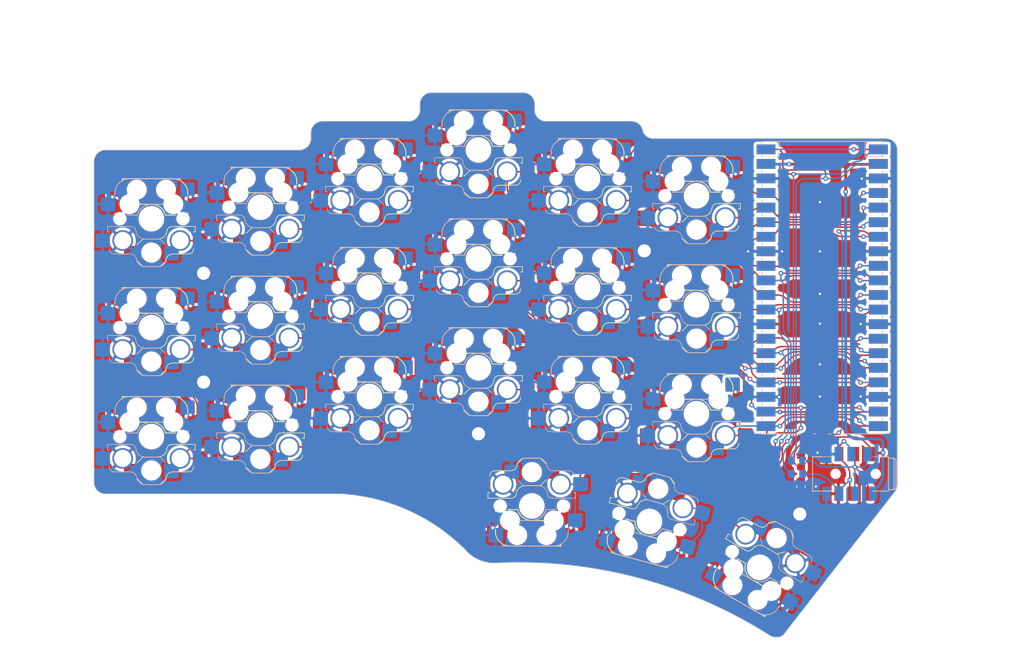
<source format=kicad_pcb>
(kicad_pcb (version 20221018) (generator pcbnew)
  (title_block (title "Unnamed Keyboard V1.0"))
  (layers (0 "F.Cu" signal) (31 "B.Cu" signal) (34 "B.Paste" user) (35 "F.Paste" user) (36 "B.SilkS" user "B.Silkscreen") (37 "F.SilkS" user "F.Silkscreen") (38 "B.Mask" user) (39 "F.Mask" user) (44 "Edge.Cuts" user))
  (net 0 "")
  (net 1 "/U0TX")
  (net 2 "/U0RX")
  (net 3 "GND")
  (net 4 "/K1")
  (net 5 "/K2")
  (net 6 "/K3")
  (net 7 "/K4")
  (net 8 "/K5")
  (net 9 "/K6")
  (net 10 "/K7")
  (net 11 "/K8")
  (net 12 "/K9")
  (net 13 "/K10")
  (net 14 "/K11")
  (net 15 "/K12")
  (net 16 "/K13")
  (net 17 "/K14")
  (net 18 "/K15")
  (net 19 "/K16")
  (net 20 "/K17")
  (net 21 "/K18")
  (net 22 "/K19")
  (net 23 "/K20")
  (net 25 "/VSYS")
  (net 31 "/SLIPT_HAND_PIN")
  (net 33 "/K21")
  (net 34 "/VBUS")
  (net 41 "/U0TX_")
  (net 42 "/U0RX_")
  (footprint "switch:SW_Hotswap_Kailh_Choc_V1_MX_COMBO" (layer "F.Cu") (at 147 98 180)
    (fp_text reference "SW16" hide)
    (fp_text value "KeySwitch")
  )
  (footprint "switch:SW_Hotswap_Kailh_Choc_V1_MX_COMBO" (layer "F.Cu") (at 109 70 180)
    (fp_text reference "SW2" hide)
    (fp_text value "KeySwitch")
  )
  (footprint "switch:SW_Hotswap_Kailh_Choc_V1_MX_COMBO" (layer "F.Cu") (at 156.3 122.1)
    (fp_text reference "SW19" hide)
    (fp_text value "KeySwitch")
  )
  (footprint "switch:SW_Hotswap_Kailh_Choc_V1_MX_COMBO" (layer "F.Cu") (at 176.8 124.8 -15)
    (fp_text reference "SW20" hide)
    (fp_text value "KeySwitch")
  )
  (footprint "switch:SW_Hotswap_Kailh_Choc_V1_MX_COMBO" (layer "F.Cu") (at 128 84 180)
    (fp_text reference "SW9" hide)
    (fp_text value "KeySwitch")
  )
  (footprint "switch:SW_Hotswap_Kailh_Choc_V1_MX_COMBO" (layer "F.Cu") (at 128 65 180)
    (fp_text reference "SW3" hide)
    (fp_text value "KeySwitch")
  )
  (footprint "Pico:RPi_Pico_SMD_C" (layer "F.Cu") (at 206.9 84.03)
    (fp_text reference "U1" hide)
    (fp_text value "Pico_SMT")
  )
  (footprint "switch:SW_Hotswap_Kailh_Choc_V1_MX_COMBO" (layer "F.Cu") (at 185 106 180)
    (fp_text reference "SW18" hide)
    (fp_text value "KeySwitch")
  )
  (footprint "switch:SW_Hotswap_Kailh_Choc_V1_MX_COMBO" (layer "F.Cu") (at 166 65 180)
    (fp_text reference "SW5" hide)
    (fp_text value "KeySwitch")
  )
  (footprint "switch:SW_Hotswap_Kailh_Choc_V1_MX_COMBO" (layer "F.Cu") (at 185 68 180)
    (fp_text reference "SW6" hide)
    (fp_text value "KeySwitch")
  )
  (footprint "switch:SW_Hotswap_Kailh_Choc_V1_MX_COMBO" (layer "F.Cu") (at 109 89 180)
    (fp_text reference "SW8" hide)
    (fp_text value "KeySwitch")
  )
  (footprint "Resistor_SMD:R_0805_2012Metric_Pad1.20x1.40mm_HandSolder" (layer "F.Cu") (at 203.2 118.7 -90)
    (fp_text reference "R2" hide)
    (fp_text value "1K")
  )
  (footprint "switch:SW_Hotswap_Kailh_Choc_V1_MX_COMBO" (layer "F.Cu") (at 166 103 180)
    (fp_text reference "SW17" hide)
    (fp_text value "KeySwitch")
  )
  (footprint "switch:SW_Hotswap_Kailh_Choc_V1_MX_COMBO" (layer "F.Cu") (at 185 87 180)
    (fp_text reference "SW12" hide)
    (fp_text value "KeySwitch")
  )
  (footprint "switch:SW_Hotswap_Kailh_Choc_V1_MX_COMBO" (layer "F.Cu") (at 90 91 180)
    (fp_text reference "SW7" hide)
    (fp_text value "KeySwitch")
  )
  (footprint "switch:SW_Hotswap_Kailh_Choc_V1_MX_COMBO" (layer "F.Cu") (at 128 103 180)
    (fp_text reference "SW15" hide)
    (fp_text value "KeySwitch")
  )
  (footprint "C128990:C128990_3.5MM_TRRS" (layer "F.Cu") (at 218.4398 116.5 -90)
    (fp_text reference "J1" hide)
    (fp_text value "C128990")
  )
  (footprint "switch:SW_Hotswap_Kailh_Choc_V1_MX_COMBO" (layer "F.Cu") (at 109 108 180)
    (fp_text reference "SW14" hide)
    (fp_text value "KeySwitch")
  )
  (footprint "Resistor_SMD:R_0805_2012Metric_Pad1.20x1.40mm_HandSolder" (layer "F.Cu") (at 203.2 114.3 -90)
    (fp_text reference "R1" hide)
    (fp_text value "1K")
  )
  (footprint "switch:SW_Hotswap_Kailh_Choc_V1_MX_COMBO" (layer "F.Cu") (at 196 132.8 -30)
    (fp_text reference "SW21" hide)
    (fp_text value "KeySwitch")
  )
  (footprint "switch:SW_Hotswap_Kailh_Choc_V1_MX_COMBO" (layer "F.Cu") (at 147 79 180)
    (fp_text reference "SW10" hide)
    (fp_text value "KeySwitch")
  )
  (footprint "switch:SW_Hotswap_Kailh_Choc_V1_MX_COMBO" (layer "F.Cu") (at 90 110 180)
    (fp_text reference "SW13" hide)
    (fp_text value "KeySwitch")
  )
  (footprint "switch:SW_Hotswap_Kailh_Choc_V1_MX_COMBO" (layer "F.Cu") (at 90 72 180)
    (fp_text reference "SW1" hide)
    (fp_text value "KeySwitch")
  )
  (footprint "switch:SW_Hotswap_Kailh_Choc_V1_MX_COMBO" (layer "F.Cu") (at 147 60 180)
    (fp_text reference "SW4" hide)
    (fp_text value "KeySwitch")
  )
  (footprint "switch:SW_Hotswap_Kailh_Choc_V1_MX_COMBO" (layer "F.Cu") (at 166 84 180)
    (fp_text reference "SW11" hide)
    (fp_text value "KeySwitch")
  )
  (footprint "C128990:C128990_3.5MM_TRRS" (layer "B.Cu") (at 218.44 116.5 90)
    (fp_text reference "J2" hide)
    (fp_text value "C128990")
  )
  (footprint "Resistor_SMD:R_0805_2012Metric_Pad1.20x1.40mm_HandSolder" (layer "B.Cu") (at 202.5 116.5 180)
    (fp_text reference "R4" hide)
    (fp_text value "100R")
  )
  (footprint "Pico:RPi_Pico_SMD_C" (layer "B.Cu") (at 206.9 84.03 180)
    (fp_text reference "U2" hide)
    (fp_text value "Pico_SMT")
  )
  (footprint "Resistor_SMD:R_0805_2012Metric_Pad1.20x1.40mm_HandSolder" (layer "B.Cu") (at 202.5 114.2 180)
    (fp_text reference "R3" hide)
    (fp_text value "100R")
  )
  (gr_line (start 218 58) (end 177.4 58) (stroke (width 0.1)) (layer "Edge.Cuts"))
  (gr_arc (start 136.8 53) (mid 136.214214 54.414214) (end 134.8 55) (stroke (width 0.1)) (layer "Edge.Cuts"))
  (gr_arc (start 117.8 58) (mid 117.214214 59.414214) (end 115.8 60) (stroke (width 0.1)) (layer "Edge.Cuts"))
  (gr_line (start 200.118501 144.626203) (end 219.59562 119.576714) (stroke (width 0.1)) (layer "Edge.Cuts"))
  (gr_arc (start 154.8 50) (mid 156.214214 50.585786) (end 156.8 52) (stroke (width 0.1)) (layer "Edge.Cuts"))
  (gr_arc (start 219.999999 118.237) (mid 219.903102 118.938639) (end 219.59562 119.576714) (stroke (width 0.1)) (layer "Edge.Cuts"))
  (gr_line (start 80 62) (end 80 118) (stroke (width 0.1)) (layer "Edge.Cuts"))
  (gr_line (start 138.8 50) (end 154.8 50) (stroke (width 0.1)) (layer "Edge.Cuts"))
  (gr_arc (start 149.698787 132.056866) (mid 174.68424 134.60746) (end 197.707001 144.64393) (stroke (width 0.1)) (layer "Edge.Cuts"))
  (gr_line (start 117.8 58) (end 117.8 57) (stroke (width 0.1)) (layer "Edge.Cuts"))
  (gr_line (start 158.8 55) (end 173.8 55) (stroke (width 0.1)) (layer "Edge.Cuts"))
  (gr_arc (start 123.1 120) (mid 134.7661 122.877135) (end 144.655229 129.702149) (stroke (width 0.1)) (layer "Edge.Cuts"))
  (gr_arc (start 80 62) (mid 80.585786 60.585786) (end 82 60) (stroke (width 0.1)) (layer "Edge.Cuts"))
  (gr_arc (start 136.8 52) (mid 137.385786 50.585786) (end 138.8 50) (stroke (width 0.1)) (layer "Edge.Cuts"))
  (gr_line (start 156.8 52) (end 156.8 53) (stroke (width 0.1)) (layer "Edge.Cuts"))
  (gr_arc (start 158.8 55) (mid 157.385786 54.414214) (end 156.8 53) (stroke (width 0.1)) (layer "Edge.Cuts"))
  (gr_line (start 220 60) (end 220 118.237) (stroke (width 0.1)) (layer "Edge.Cuts"))
  (gr_arc (start 173.800001 54.99997) (mid 174.953205 55.446145) (end 175.599999 56.5) (stroke (width 0.1)) (layer "Edge.Cuts"))
  (gr_line (start 82 120) (end 123.1 120) (stroke (width 0.1)) (layer "Edge.Cuts"))
  (gr_arc (start 218 58) (mid 219.414214 58.585786) (end 220 60) (stroke (width 0.1)) (layer "Edge.Cuts"))
  (gr_line (start 119.8 55) (end 134.8 55) (stroke (width 0.1)) (layer "Edge.Cuts"))
  (gr_line (start 136.8 53) (end 136.8 52) (stroke (width 0.1)) (layer "Edge.Cuts"))
  (gr_line (start 82 60) (end 115.8 60) (stroke (width 0.1)) (layer "Edge.Cuts"))
  (gr_arc (start 149.698787 132.056866) (mid 146.922326 131.425015) (end 144.65523 129.702148) (stroke (width 0.1)) (layer "Edge.Cuts"))
  (gr_arc (start 177.4 58) (mid 176.240592 57.561307) (end 175.6 56.5) (stroke (width 0.1)) (layer "Edge.Cuts"))
  (gr_arc (start 200.118501 144.626203) (mid 198.915529 145.012976) (end 197.707001 144.64393) (stroke (width 0.1)) (layer "Edge.Cuts"))
  (gr_arc (start 117.8 57) (mid 118.385786 55.585786) (end 119.8 55) (stroke (width 0.1)) (layer "Edge.Cuts"))
  (gr_arc (start 82 120) (mid 80.585786 119.414214) (end 80 118) (stroke (width 0.1)) (layer "Edge.Cuts"))
  (segment (start 212.613806 115.313806) (end 214.056042 116.756042) (width 0.25) (layer "F.Cu") (net 1))
  (segment (start 212.6 115.3) (end 212.6 112.8862) (width 0.25) (layer "F.Cu") (net 1))
  (segment (start 212.6 115.3102) (end 212.6398 115.2704) (width 0.25) (layer "F.Cu") (net 1))
  (segment (start 214.8398 118.6482) (end 214.8398 119.7566) (width 0.25) (layer "F.Cu") (net 1))
  (segment (start 212.6 115.3102) (end 212.6051 115.3102) (width 0.25) (layer "F.Cu") (net 1))
  (via (at 212.6 115.3102) (size 0.8) (drill 0.4) (layers "F.Cu" "B.Cu") (net 1))
  (arc (start 212.6051 115.3102) (mid 212.609811 115.311137) (end 212.613806 115.313806) (width 0.25) (layer "F.Cu") (net 1))
  (arc (start 214.8398 118.6482) (mid 214.636107 117.624171) (end 214.056042 116.756042) (width 0.25) (layer "F.Cu") (net 1))
  (segment (start 213.994172 115.3) (end 212.597012 115.3) (width 0.25) (layer "B.Cu") (net 1))
  (segment (start 204.522182 114.2) (end 203.4125 114.2) (width 0.25) (layer "B.Cu") (net 1))
  (segment (start 212.6 115.3102) (end 212.6 119.483121) (width 0.25) (layer "B.Cu") (net 1))
  (segment (start 212.5199 119.6765) (end 212.4398 119.7566) (width 0.25) (layer "B.Cu") (net 1))
  (segment (start 212.582587 115.3) (end 212.597012 115.3) (width 0.25) (layer "B.Cu") (net 1))
  (segment (start 212.582587 115.3) (end 207.177817 115.3) (width 0.25) (layer "B.Cu") (net 1))
  (segment (start 214.6398 114.654372) (end 214.6398 112.8566) (width 0.25) (layer "B.Cu") (net 1))
  (segment (start 212.6 115.3102) (end 212.5949 115.3051) (width 0.25) (layer "B.Cu") (net 1))
  (arc (start 212.597012 115.3) (mid 212.594252 115.301844) (end 212.5949 115.3051) (width 0.25) (layer "B.Cu") (net 1))
  (arc (start 213.994172 115.3) (mid 214.241243 115.250854) (end 214.4507 115.1109) (width 0.25) (layer "B.Cu") (net 1))
  (arc (start 214.4507 115.1109) (mid 214.590654 114.901443) (end 214.6398 114.654372) (width 0.25) (layer "B.Cu") (net 1))
  (arc (start 212.5199 119.6765) (mid 212.579182 119.587777) (end 212.6 119.483121) (width 0.25) (layer "B.Cu") (net 1))
  (arc (start 204.522182 114.2) (mid 205.240792 114.34294) (end 205.85 114.75) (width 0.25) (layer "B.Cu") (net 1))
  (arc (start 205.85 114.75) (mid 206.459207 115.157059) (end 207.177817 115.3) (width 0.25) (layer "B.Cu") (net 1))
  (arc (start 212.582587 115.3) (mid 212.58925 115.301325) (end 212.5949 115.3051) (width 0.25) (layer "B.Cu") (net 1))
  (segment (start 209.8898 112.223237) (end 209.8898 112.239293) (width 0.25) (layer "F.Cu") (net 2))
  (segment (start 209.8898 112.576478) (end 209.8898 112.65676) (width 0.25) (layer "F.Cu") (net 2))
  (segment (start 209.8898 112.279434) (end 209.8898 112.255349) (width 0.25) (layer "F.Cu") (net 2))
  (segment (start 209.8898 112.239293) (end 209.8898 112.255349) (width 0.25) (layer "F.Cu") (net 2))
  (segment (start 209.8898 112.34366) (end 209.8898 112.407886) (width 0.25) (layer "F.Cu") (net 2))
  (segment (start 209.8898 112.825352) (end 209.8898 112.737042) (width 0.25) (layer "F.Cu") (net 2))
  (segment (start 210.18438 113.98438) (end 210.996601 114.796601) (width 0.25) (layer "F.Cu") (net 2))
  (segment (start 209.8898 112.512253) (end 209.8898 112.528309) (width 0.25) (layer "F.Cu") (net 2))
  (segment (start 211.7158 117.55) (end 211.7158 116.5329) (width 0.25) (layer "F.Cu") (net 2))
  (segment (start 209.8898 112.191125) (end 209.8898 112.207181) (width 0.25) (layer "F.Cu") (net 2))
  (segment (start 209.8898 112.207181) (end 209.8898 112.223237) (width 0.25) (layer "F.Cu") (net 2))
  (segment (start 209.8898 112.279434) (end 209.8898 112.34366) (width 0.25) (layer "F.Cu") (net 2))
  (segment (start 209.8898 112.472112) (end 209.8898 112.496197) (width 0.25) (layer "F.Cu") (net 2))
  (segment (start 209.8898 112.576478) (end 209.8898 112.528309) (width 0.25) (layer "F.Cu") (net 2))
  (segment (start 211.7158 117.55) (end 211.7158 119.288852) (width 0.25) (layer "F.Cu") (net 2))
  (segment (start 209.8898 112.825352) (end 209.8898 113.082255) (width 0.25) (layer "F.Cu") (net 2))
  (segment (start 209.8898 112.496197) (end 209.8898 112.512253) (width 0.25) (layer "F.Cu") (net 2))
  (segment (start 211.8528 119.6196) (end 211.9898 119.7566) (width 0.25) (layer "F.Cu") (net 2))
  (segment (start 209.8898 112.65676) (end 209.8898 112.737042) (width 0.25) (layer "F.Cu") (net 2))
  (segment (start 209.8898 112.191125) (end 209.8898 112.183097) (width 0.25) (layer "F.Cu") (net 2))
  (segment (start 209.8898 113.2732) (end 209.8898 113.082255) (width 0.25) (layer "F.Cu") (net 2))
  (segment (start 210.7 110.8) (end 210.2949 111.2051) (width 0.25) (layer "F.Cu") (net 2))
  (segment (start 209.8898 112.407886) (end 209.8898 112.472112) (width 0.25) (layer "F.Cu") (net 2))
  (via (at 211.7158 117.55) (size 0.8) (drill 0.4) (layers "F.Cu" "B.Cu") (net 2))
  (via (at 210.7 110.8) (size 0.8) (drill 0.4) (layers "F.Cu" "B.Cu") (net 2))
  (arc (start 211.7158 119.288852) (mid 211.751405 119.467851) (end 211.8528 119.6196) (width 0.25) (layer "F.Cu") (net 2))
  (arc (start 209.8898 112.183097) (mid 209.995082 111.653809) (end 210.2949 111.2051) (width 0.25) (layer "F.Cu") (net 2))
  (arc (start 209.8898 113.2732) (mid 209.966358 113.658088) (end 210.18438 113.98438) (width 0.25) (layer "F.Cu") (net 2))
  (arc (start 211.7158 116.5329) (mid 211.528886 115.593221) (end 210.996601 114.796601) (width 0.25) (layer "F.Cu") (net 2))
  (segment (start 209.695545 119.205545) (end 208.223901 117.733901) (width 0.25) (layer "B.Cu") (net 2))
  (segment (start 211.447984 111.547984) (end 210.7 110.8) (width 0.25) (layer "B.Cu") (net 2))
  (segment (start 211.7898 112.3732) (end 211.7898 112.8566) (width 0.25) (layer "B.Cu") (net 2))
  (segment (start 205.245 116.5) (end 203.5 116.5) (width 0.25) (layer "B.Cu") (net 2))
  (segment (start 209.6898 119.6834) (end 209.6898 119.7566) (width 0.25) (layer "B.Cu") (net 2))
  (segment (start 209.89 119.675) (end 209.89 119.6629) (width 0.25) (layer "B.Cu") (net 2))
  (segment (start 211.7158 117.55) (end 210.09301 119.172789) (width 0.25) (layer "B.Cu") (net 2))
  (arc (start 211.447984 111.547984) (mid 211.700964 111.926596) (end 211.7898 112.3732) (width 0.25) (layer "B.Cu") (net 2))
  (arc (start 209.695545 119.205545) (mid 209.839462 119.420932) (end 209.89 119.675) (width 0.25) (layer "B.Cu") (net 2))
  (arc (start 209.6898 119.6834) (mid 209.703251 119.615771) (end 209.74156 119.558439) (width 0.25) (layer "B.Cu") (net 2))
  (arc (start 210.09301 119.172789) (mid 209.94276 119.397654) (end 209.89 119.6629) (width 0.25) (layer "B.Cu") (net 2))
  (arc (start 208.223901 117.733901) (mid 206.857169 116.82068) (end 205.245 116.5) (width 0.25) (layer "B.Cu") (net 2))
  (arc (start 209.89 119.675) (mid 209.89 119.675) (end 209.89 119.675) (width 0.25) (layer "B.Cu") (net 2))
  (via (at 213.8 65) (size 0.8) (drill 0.4) (layers "F.Cu" "B.Cu") (net 3))
  (via (at 199.9 77.7) (size 0.8) (drill 0.4) (layers "F.Cu" "B.Cu") (net 3))
  (via (at 203 123.5) (size 3) (drill 2.3) (layers "F.Cu" "B.Cu") (net 3))
  (via (at 194 77.7) (size 0.8) (drill 0.4) (layers "F.Cu" "B.Cu") (net 3))
  (via (at 213.6 103) (size 0.8) (drill 0.4) (layers "F.Cu" "B.Cu") (net 3))
  (via (at 147 109.5) (size 3) (drill 2.3) (layers "F.Cu" "B.Cu") (net 3))
  (via (at 206.5 69.1) (size 0.8) (drill 0.4) (layers "F.Cu" "B.Cu") (net 3))
  (via (at 206.5 77.7) (size 0.8) (drill 0.4) (layers "F.Cu" "B.Cu") (net 3))
  (via (at 99.1 100.5) (size 3) (drill 2.3) (layers "F.Cu" "B.Cu") (net 3))
  (via (at 175.9 77.6) (size 3) (drill 2.3) (layers "F.Cu" "B.Cu") (net 3))
  (via (at 206.5 90.3) (size 0.8) (drill 0.4) (layers "F.Cu" "B.Cu") (net 3))
  (via (at 206.1 112.8) (size 0.8) (drill 0.4) (layers "F.Cu" "B.Cu") (net 3))
  (via (at 199.4 103.1) (size 0.8) (drill 0.4) (layers "F.Cu" "B.Cu") (net 3))
  (via (at 206.5 97.4) (size 0.8) (drill 0.4) (layers "F.Cu" "B.Cu") (net 3))
  (via (at 99.1 81.5) (size 3) (drill 2.3) (layers "F.Cu" "B.Cu") (net 3))
  (via (at 206.5 103) (size 0.8) (drill 0.4) (layers "F.Cu" "B.Cu") (net 3))
  (via (at 205.8 118.7) (size 0.8) (drill 0.4) (layers "F.Cu" "B.Cu") (net 3))
  (via (at 213.6 90.35) (size 0.8) (drill 0.4) (layers "F.Cu" "B.Cu") (net 3))
  (via (at 206.5 85.1) (size 0.8) (drill 0.4) (layers "F.Cu" "B.Cu") (net 3))
  (segment (start 199.19 103.09) (end 199.2 103.1) (width 0.25) (layer "B.Cu") (net 3))
  (segment (start 199.165857 103.08) (end 197.42 103.08) (width 0.25) (layer "B.Cu") (net 3))
  (segment (start 209.5398 112.2566) (end 209.5398 112.8566) (width 0.5) (layer "B.Cu") (net 3))
  (arc (start 199.165857 103.08) (mid 199.178923 103.082598) (end 199.19 103.09) (width 0.25) (layer "B.Cu") (net 3))
  (segment (start 192.718119 78.945184) (end 192.777799 78.992777) (width 0.25) (layer "F.Cu") (net 4))
  (segment (start 196.282505 82.754122) (end 196.265588 82.748626) (width 0.25) (layer "F.Cu") (net 4))
  (segment (start 152.918611 70.342777) (end 152.858931 70.295183) (width 0.25) (layer "F.Cu") (net 4))
  (segment (start 196.098983 82.429286) (end 196.089762 82.394872) (width 0.25) (layer "F.Cu") (net 4))
  (segment (start 196.335 82.76) (end 198.01 82.76) (width 0.25) (layer "F.Cu") (net 4))
  (segment (start 193.000881 79.200881) (end 195.925691 82.125691) (width 0.25) (layer "F.Cu") (net 4))
  (segment (start 121.87258 74.269138) (end 121.948434 74.260591) (width 0.25) (layer "F.Cu") (net 4))
  (segment (start 151.392378 69.710578) (end 151.468232 69.719126) (width 0.25) (layer "F.Cu") (net 4))
  (segment (start 102.72258 79.180861) (end 102.798432 79.189408) (width 0.25) (layer "F.Cu") (net 4))
  (segment (start 98.9675 76.2675) (end 101.049117 78.349117) (width 0.25) (layer "F.Cu") (net 4))
  (segment (start 157.043915 74.453103) (end 153.141693 70.550881) (width 0.25) (layer "F.Cu") (net 4))
  (segment (start 97.838855 75.8) (end 95 75.8) (width 0.25) (layer "F.Cu") (net 4))
  (segment (start 135.154514 73.654814) (end 135.214194 73.607221) (width 0.25) (layer "F.Cu") (net 4))
  (segment (start 199.867243 82.76) (end 198.12 82.76) (width 0.25) (layer "F.Cu") (net 4))
  (segment (start 101.272202 78.557218) (end 101.331882 78.604811) (width 0.25) (layer "F.Cu") (net 4))
  (segment (start 190.94667 78.35) (end 180.976981 78.35) (width 0.25) (layer "F.Cu") (net 4))
  (segment (start 158.967793 75.25) (end 175.623018 75.25) (width 0.25) (layer "F.Cu") (net 4))
  (segment (start 133.687962 74.239409) (end 133.763815 74.230863) (width 0.25) (layer "F.Cu") (net 4))
  (segment (start 135.437277 73.399117) (end 138.285513 70.550881) (width 0.25) (layer "F.Cu") (net 4))
  (segment (start 196.109105 82.499361) (end 196.11 82.535) (width 0.25) (layer "F.Cu") (net 4))
  (segment (start 140.339723 69.7) (end 151.087482 69.7) (width 0.25) (layer "F.Cu") (net 4))
  (segment (start 138.568281 70.295189) (end 138.508601 70.342782) (width 0.25) (layer "F.Cu") (net 4))
  (segment (start 196.11019 82.552788) (end 196.11 82.535) (width 0.25) (layer "F.Cu") (net 4))
  (segment (start 133.383066 74.25) (end 122.253327 74.25) (width 0.25) (layer "F.Cu") (net 4))
  (segment (start 191.251566 78.360586) (end 191.327419 78.369133) (width 0.25) (layer "F.Cu") (net 4))
  (segment (start 196.335 82.76) (end 197.62 82.76) (width 0.25) (layer "F.Cu") (net 4))
  (segment (start 196.335 82.76) (end 196.317212 82.75981) (width 0.25) (layer "F.Cu") (net 4))
  (segment (start 120.199117 75.100881) (end 116.950881 78.349117) (width 0.25) (layer "F.Cu") (net 4))
  (segment (start 115.201566 79.189412) (end 115.277419 79.180865) (width 0.25) (layer "F.Cu") (net 4))
  (segment (start 103.103328 79.2) (end 114.89667 79.2) (width 0.25) (layer "F.Cu") (net 4))
  (segment (start 140.03483 69.710591) (end 139.958976 69.719139) (width 0.25) (layer "F.Cu") (net 4))
  (segment (start 201.822756 81.95) (end 212.157243 81.95) (width 0.25) (layer "F.Cu") (net 4))
  (segment (start 120.422203 74.892781) (end 120.481883 74.845188) (width 0.25) (layer "F.Cu") (net 4))
  (segment (start 179.053103 77.553103) (end 177.546896 76.046896) (width 0.25) (layer "F.Cu") (net 4))
  (segment (start 196.017862 82.23344) (end 196.035675 82.264294) (width 0.25) (layer "F.Cu") (net 4))
  (segment (start 213.54 82.76) (end 213.135 82.355) (width 0.25) (layer "F.Cu") (net 4))
  (segment (start 196.121373 82.604411) (end 196.115876 82.587494) (width 0.25) (layer "F.Cu") (net 4))
  (segment (start 97.565 74.203855) (end 97.565 69.46) (width 0.25) (layer "F.Cu") (net 4))
  (segment (start 116.668119 78.604815) (end 116.727799 78.557221) (width 0.25) (layer "F.Cu") (net 4))
  (segment (start 98.9675 76.2675) (end 98.0325 75.3325) (width 0.25) (layer "F.Cu") (net 4))
  (via (at 213.54 82.76) (size 0.8) (drill 0.4) (layers "F.Cu" "B.Cu") (net 4))
  (arc (start 158.967793 75.25) (mid 157.926598 75.042893) (end 157.043915 74.453103) (width 0.25) (layer "F.Cu") (net 4))
  (arc (start 201.822756 81.95) (mid 201.293598 82.055256) (end 200.845 82.355) (width 0.25) (layer "F.Cu") (net 4))
  (arc (start 151.24017 69.701015) (mid 151.163827 69.700253) (end 151.087482 69.7) (width 0.25) (layer "F.Cu") (net 4))
  (arc (start 122.253327 74.25) (mid 122.176982 74.250255) (end 122.100641 74.251021) (width 0.25) (layer "F.Cu") (net 4))
  (arc (start 102.798432 79.189408) (mid 102.874418 79.196073) (end 102.95064 79.198978) (width 0.25) (layer "F.Cu") (net 4))
  (arc (start 120.199117 75.100881) (mid 120.253282 75.047078) (end 120.307808 74.993639) (width 0.25) (layer "F.Cu") (net 4))
  (arc (start 140.187037 69.701021) (mid 140.110815 69.703925) (end 140.03483 69.710591) (width 0.25) (layer "F.Cu") (net 4))
  (arc (start 116.842193 78.456361) (mid 116.896716 78.40292) (end 116.950881 78.349117) (width 0.25) (layer "F.Cu") (net 4))
  (arc (start 120.422203 74.892781) (mid 120.36376 74.941797) (end 120.307808 74.993639) (width 0.25) (layer "F.Cu") (net 4))
  (arc (start 138.568281 70.295189) (mid 138.690129 70.203488) (end 138.816929 70.118764) (width 0.25) (layer "F.Cu") (net 4))
  (arc (start 134.639026 73.978717) (mid 134.774514 73.908721) (end 134.905865 73.83124) (width 0.25) (layer "F.Cu") (net 4))
  (arc (start 152.343443 69.971278) (mid 152.204243 69.908989) (end 152.06177 69.854603) (width 0.25) (layer "F.Cu") (net 4))
  (arc (start 190.94667 78.35) (mid 191.023015 78.350254) (end 191.099358 78.351019) (width 0.25) (layer "F.Cu") (net 4))
  (arc (start 135.437277 73.399117) (mid 135.383112 73.45292) (end 135.328589 73.506361) (width 0.25) (layer "F.Cu") (net 4))
  (arc (start 134.064388 74.179792) (mid 134.212054 74.1417) (end 134.357353 74.09539) (width 0.25) (layer "F.Cu") (net 4))
  (arc (start 196.017862 82.23344) (mid 195.998345 82.20383) (end 195.975468 82.176733) (width 0.25) (layer "F.Cu") (net 4))
  (arc (start 116.842193 78.456361) (mid 116.786242 78.508204) (end 116.727799 78.557221) (width 0.25) (layer "F.Cu") (net 4))
  (arc (start 134.064388 74.179792) (mid 133.914818 74.209544) (end 133.763815 74.230863) (width 0.25) (layer "F.Cu") (net 4))
  (arc (start 191.920958 78.504607) (mid 191.775659 78.458295) (end 191.627992 78.420204) (width 0.25) (layer "F.Cu") (net 4))
  (arc (start 152.610282 70.118756) (mid 152.737081 70.203481) (end 152.858931 70.295183) (width 0.25) (layer "F.Cu") (net 4))
  (arc (start 116.152631 78.928718) (mid 116.013431 78.991006) (end 115.870957 79.045391) (width 0.25) (layer "F.Cu") (net 4))
  (arc (start 121.572007 74.320209) (mid 121.721577 74.290457) (end 121.87258 74.269138) (width 0.25) (layer "F.Cu") (net 4))
  (arc (start 196.202971 82.716721) (mid 196.233024 82.735137) (end 196.265588 82.748626) (width 0.25) (layer "F.Cu") (net 4))
  (arc (start 179.053103 77.553103) (mid 179.935786 78.142893) (end 180.976981 78.35) (width 0.25) (layer "F.Cu") (net 4))
  (arc (start 101.157807 78.45636) (mid 101.103282 78.40292) (end 101.049117 78.349117) (width 0.25) (layer "F.Cu") (net 4))
  (arc (start 196.153278 82.667028) (mid 196.134861 82.636975) (end 196.121373 82.604411) (width 0.25) (layer "F.Cu") (net 4))
  (arc (start 102.129042 79.045387) (mid 102.27434 79.091698) (end 102.422008 79.12979) (width 0.25) (layer "F.Cu") (net 4))
  (arc (start 140.339723 69.7) (mid 140.263378 69.700255) (end 140.187037 69.701021) (width 0.25) (layer "F.Cu") (net 4))
  (arc (start 121.572007 74.320209) (mid 121.42434 74.3583) (end 121.279042 74.404612) (width 0.25) (layer "F.Cu") (net 4))
  (arc (start 192.892193 79.093637) (mid 192.836242 79.041793) (end 192.777799 78.992777) (width 0.25) (layer "F.Cu") (net 4))
  (arc (start 138.394205 70.44364) (mid 138.450157 70.391798) (end 138.508601 70.342782) (width 0.25) (layer "F.Cu") (net 4))
  (arc (start 139.658404 69.77021) (mid 139.510737 69.808301) (end 139.365439 69.854613) (width 0.25) (layer "F.Cu") (net 4))
  (arc (start 102.72258 79.180861) (mid 102.571577 79.159542) (end 102.422008 79.12979) (width 0.25) (layer "F.Cu") (net 4))
  (arc (start 196.282505 82.754122) (mid 196.299642 82.758285) (end 196.317212 82.75981) (width 0.25) (layer "F.Cu") (net 4))
  (arc (start 115.577992 79.129794) (mid 115.428422 79.159546) (end 115.277419 79.180865) (width 0.25) (layer "F.Cu") (net 4))
  (arc (start 196.035675 82.264294) (mid 196.066998 82.32781) (end 196.089762 82.394872) (width 0.25) (layer "F.Cu") (net 4))
  (arc (start 138.285513 70.550881) (mid 138.339679 70.497078) (end 138.394205 70.44364) (width 0.25) (layer "F.Cu") (net 4))
  (arc (start 135.328589 73.506361) (mid 135.272637 73.558204) (end 135.214194 73.607221) (width 0.25) (layer "F.Cu") (net 4))
  (arc (start 101.580531 78.781236) (mid 101.453731 78.696512) (end 101.331882 78.604811) (width 0.25) (layer "F.Cu") (net 4))
  (arc (start 192.718119 78.945184) (mid 192.596269 78.853482) (end 192.46947 78.768758) (width 0.25) (layer "F.Cu") (net 4))
  (arc (start 175.623018 75.25) (mid 176.664213 75.457106) (end 177.546896 76.046896) (width 0.25) (layer "F.Cu") (net 4))
  (arc (start 195.975468 82.176733) (mid 195.950739 82.151056) (end 195.925691 82.125691) (width 0.25) (layer "F.Cu") (net 4))
  (arc (start 135.154514 73.654814) (mid 135.032664 73.746515) (end 134.905865 73.83124) (width 0.25) (layer "F.Cu") (net 4))
  (arc (start 115.049358 79.19898) (mid 115.12558 79.196077) (end 115.201566 79.189412) (width 0.25) (layer "F.Cu") (net 4))
  (arc (start 120.997369 74.521286) (mid 121.136569 74.458997) (end 121.279042 74.404612) (width 0.25) (layer "F.Cu") (net 4))
  (arc (start 151.768805 69.770199) (mid 151.916471 69.808291) (end 152.06177 69.854603) (width 0.25) (layer "F.Cu") (net 4))
  (arc (start 116.41947 78.78124) (mid 116.546269 78.696516) (end 116.668119 78.604815) (width 0.25) (layer "F.Cu") (net 4))
  (arc (start 212.157243 81.95) (mid 212.686401 82.055256) (end 213.135 82.355) (width 0.25) (layer "F.Cu") (net 4))
  (arc (start 152.343443 69.971278) (mid 152.478931 70.041273) (end 152.610282 70.118756) (width 0.25) (layer "F.Cu") (net 4))
  (arc (start 121.948434 74.260591) (mid 122.024419 74.253925) (end 122.100641 74.251021) (width 0.25) (layer "F.Cu") (net 4))
  (arc (start 139.658404 69.77021) (mid 139.807973 69.740458) (end 139.958976 69.719139) (width 0.25) (layer "F.Cu") (net 4))
  (arc (start 199.867243 82.76) (mid 200.396401 82.654743) (end 200.845 82.355) (width 0.25) (layer "F.Cu") (net 4))
  (arc (start 133.535754 74.248979) (mid 133.611976 74.246074) (end 133.687962 74.239409) (width 0.25) (layer "F.Cu") (net 4))
  (arc (start 103.103328 79.2) (mid 103.026982 79.199744) (end 102.95064 79.198978) (width 0.25) (layer "F.Cu") (net 4))
  (arc (start 151.768805 69.770199) (mid 151.619235 69.740446) (end 151.468232 69.719126) (width 0.25) (layer "F.Cu") (net 4))
  (arc (start 97.565 74.203855) (mid 97.686499 74.814673) (end 98.0325 75.3325) (width 0.25) (layer "F.Cu") (net 4))
  (arc (start 191.327419 78.369133) (mid 191.478422 78.390452) (end 191.627992 78.420204) (width 0.25) (layer "F.Cu") (net 4))
  (arc (start 134.639026 73.978717) (mid 134.499826 74.041005) (end 134.357353 74.09539) (width 0.25) (layer "F.Cu") (net 4))
  (arc (start 98.9675 76.2675) (mid 98.449673 75.921499) (end 97.838855 75.8) (width 0.25) (layer "F.Cu") (net 4))
  (arc (start 139.083767 69.971287) (mid 138.948279 70.041282) (end 138.816929 70.118764) (width 0.25) (layer "F.Cu") (net 4))
  (arc (start 114.89667 79.2) (mid 114.973015 79.199744) (end 115.049358 79.19898) (width 0.25) (layer "F.Cu") (net 4))
  (arc (start 193.000881 79.200881) (mid 192.946716 79.147077) (end 192.892193 79.093637) (width 0.25) (layer "F.Cu") (net 4))
  (arc (start 153.033005 70.443637) (mid 152.977054 70.391793) (end 152.918611 70.342777) (width 0.25) (layer "F.Cu") (net 4))
  (arc (start 196.202971 82.716721) (mid 196.176169 82.69383) (end 196.153278 82.667028) (width 0.25) (layer "F.Cu") (net 4))
  (arc (start 120.481883 74.845188) (mid 120.603732 74.753487) (end 120.730532 74.668763) (width 0.25) (layer "F.Cu") (net 4))
  (arc (start 192.202631 78.621281) (mid 192.338119 78.691276) (end 192.46947 78.768758) (width 0.25) (layer "F.Cu") (net 4))
  (arc (start 120.997369 74.521286) (mid 120.861881 74.591281) (end 120.730532 74.668763) (width 0.25) (layer "F.Cu") (net 4))
  (arc (start 196.335 82.76) (mid 196.335 82.76) (end 196.335 82.76) (width 0.25) (layer "F.Cu") (net 4))
  (arc (start 191.251566 78.360586) (mid 191.17558 78.353921) (end 191.099358 78.351019) (width 0.25) (layer "F.Cu") (net 4))
  (arc (start 196.335 82.76) (mid 196.1759 82.694099) (end 196.11 82.535) (width 0.25) (layer "F.Cu") (net 4))
  (arc (start 192.202631 78.621281) (mid 192.063431 78.558992) (end 191.920958 78.504607) (width 0.25) (layer "F.Cu") (net 4))
  (arc (start 101.84737 78.928714) (mid 101.711881 78.858718) (end 101.580531 78.781236) (width 0.25) (layer "F.Cu") (net 4))
  (arc (start 115.577992 79.129794) (mid 115.725658 79.091702) (end 115.870957 79.045391) (width 0.25) (layer "F.Cu") (net 4))
  (arc (start 196.11019 82.552788) (mid 196.111714 82.570357) (end 196.115876 82.587494) (width 0.25) (layer "F.Cu") (net 4))
  (arc (start 139.083767 69.971287) (mid 139.222966 69.908998) (end 139.365439 69.854613) (width 0.25) (layer "F.Cu") (net 4))
  (arc (start 151.392378 69.710578) (mid 151.316392 69.703914) (end 151.24017 69.701015) (width 0.25) (layer "F.Cu") (net 4))
  (arc (start 97.838855 75.8) (mid 98.091864 75.630944) (end 98.0325 75.3325) (width 0.25) (layer "F.Cu") (net 4))
  (arc (start 116.41947 78.78124) (mid 116.288119 78.858722) (end 116.152631 78.928718) (width 0.25) (layer "F.Cu") (net 4))
  (arc (start 101.272202 78.557218) (mid 101.213759 78.508202) (end 101.157807 78.45636) (width 0.25) (layer "F.Cu") (net 4))
  (arc (start 101.84737 78.928714) (mid 101.986569 78.991002) (end 102.129042 79.045387) (width 0.25) (layer "F.Cu") (net 4))
  (arc (start 133.535754 74.248979) (mid 133.459411 74.249744) (end 133.383066 74.25) (width 0.25) (layer "F.Cu") (net 4))
  (arc (start 196.098983 82.429286) (mid 196.10612 82.464023) (end 196.109105 82.499361) (width 0.25) (layer "F.Cu") (net 4))
  (arc (start 153.033005 70.443637) (mid 153.087528 70.497077) (end 153.141693 70.550881) (width 0.25) (layer "F.Cu") (net 4))
  (segment (start 96.31 66.9) (end 96.29 66.92) (width 0.25) (layer "B.Cu") (net 4))
  (segment (start 213.58 82.8) (end 215.66 82.8) (width 0.25) (layer "B.Cu") (net 4))
  (segment (start 201.229991 81.040462) (end 201.180301 81.032593) (width 0.25) (layer "F.Cu") (net 5))
  (segment (start 151.273878 69.25) (end 140.153327 69.25) (width 0.25) (layer "F.Cu") (net 5))
  (segment (start 191.501566 77.910586) (end 191.577419 77.919133) (width 0.25) (layer "F.Cu") (net 5))
  (segment (start 179.239499 77.103103) (end 177.733292 75.596896) (width 0.25) (layer "F.Cu") (net 5))
  (segment (start 195.698432 80.289408) (end 195.62258 80.280861) (width 0.25) (layer "F.Cu") (net 5))
  (segment (start 212.900732 80.771323) (end 212.946859 80.73781) (width 0.25) (layer "F.Cu") (net 5))
  (segment (start 200.361949 80.575442) (end 200.321248 80.545871) (width 0.25) (layer "F.Cu") (net 5))
  (segment (start 196.003328 80.3) (end 199.519345 80.3) (width 0.25) (layer "F.Cu") (net 5))
  (segment (start 116.565 72.203855) (end 116.565 67.46) (width 0.25) (layer "F.Cu") (net 5))
  (segment (start 194.231882 79.704811) (end 194.172202 79.657218) (width 0.25) (layer "F.Cu") (net 5))
  (segment (start 116.838855 73.8) (end 118.161144 73.8) (width 0.25) (layer "F.Cu") (net 5))
  (segment (start 135.250881 72.949117) (end 138.099117 70.100881) (width 0.25) (layer "F.Cu") (net 5))
  (segment (start 151.654627 69.269128) (end 151.578774 69.26058) (width 0.25) (layer "F.Cu") (net 5))
  (segment (start 118.161144 73.8) (end 133.19667 73.8) (width 0.25) (layer "F.Cu") (net 5))
  (segment (start 116.838855 73.8) (end 114 73.8) (width 0.25) (layer "F.Cu") (net 5))
  (segment (start 213.115327 80.584672) (end 213.5 80.2) (width 0.25) (layer "F.Cu") (net 5))
  (segment (start 211.991926 81.05) (end 201.430653 81.05) (width 0.25) (layer "F.Cu") (net 5))
  (segment (start 153.328089 70.100881) (end 157.230311 74.003103) (width 0.25) (layer "F.Cu") (net 5))
  (segment (start 153.045327 69.845183) (end 153.105007 69.892776) (width 0.25) (layer "F.Cu") (net 5))
  (segment (start 138.381883 69.845188) (end 138.322203 69.892781) (width 0.25) (layer "F.Cu") (net 5))
  (segment (start 133.501566 73.789412) (end 133.577419 73.780865) (width 0.25) (layer "F.Cu") (net 5))
  (segment (start 135.027799 73.157221) (end 134.968119 73.204814) (width 0.25) (layer "F.Cu") (net 5))
  (segment (start 193.027799 78.542777) (end 192.968119 78.495184) (width 0.25) (layer "F.Cu") (net 5))
  (segment (start 159.154189 74.8) (end 175.809414 74.8) (width 0.25) (layer "F.Cu") (net 5))
  (segment (start 139.77258 69.269138) (end 139.848434 69.260591) (width 0.25) (layer "F.Cu") (net 5))
  (segment (start 212.219337 81.039148) (end 212.275651 81.03023) (width 0.25) (layer "F.Cu") (net 5))
  (segment (start 191.19667 77.9) (end 181.163377 77.9) (width 0.25) (layer "F.Cu") (net 5))
  (segment (start 200.588041 80.774567) (end 200.628743 80.804138) (width 0.25) (layer "F.Cu") (net 5))
  (segment (start 200.511164 80.709993) (end 200.438831 80.640011) (width 0.25) (layer "F.Cu") (net 5))
  (segment (start 193.250881 78.750881) (end 193.949117 79.449117) (width 0.25) (layer "F.Cu") (net 5))
  (segment (start 199.720006 80.30955) (end 199.769696 80.317419) (width 0.25) (layer "F.Cu") (net 5))
  (via (at 213.5 80.2) (size 0.8) (drill 0.4) (layers "F.Cu" "B.Cu") (net 5))
  (arc (start 191.877992 77.970204) (mid 191.728422 77.940452) (end 191.577419 77.919133) (width 0.25) (layer "F.Cu") (net 5))
  (arc (start 133.877992 73.729794) (mid 133.728422 73.759546) (end 133.577419 73.780865) (width 0.25) (layer "F.Cu") (net 5))
  (arc (start 151.273878 69.25) (mid 151.350223 69.250254) (end 151.426566 69.251016) (width 0.25) (layer "F.Cu") (net 5))
  (arc (start 195.029042 80.145387) (mid 194.886569 80.091002) (end 194.74737 80.028714) (width 0.25) (layer "F.Cu") (net 5))
  (arc (start 134.452631 73.528717) (mid 134.588119 73.458722) (end 134.71947 73.381241) (width 0.25) (layer "F.Cu") (net 5))
  (arc (start 194.057807 79.55636) (mid 194.003282 79.50292) (end 193.949117 79.449117) (width 0.25) (layer "F.Cu") (net 5))
  (arc (start 133.349358 73.79898) (mid 133.273015 73.799744) (end 133.19667 73.8) (width 0.25) (layer "F.Cu") (net 5))
  (arc (start 118.161144 73.8) (mid 117.550326 73.6785) (end 117.0325 73.3325) (width 0.25) (layer "F.Cu") (net 5))
  (arc (start 200.588041 80.774567) (mid 200.548467 80.743632) (end 200.511164 80.709993) (width 0.25) (layer "F.Cu") (net 5))
  (arc (start 194.172202 79.657218) (mid 194.113759 79.608202) (end 194.057807 79.55636) (width 0.25) (layer "F.Cu") (net 5))
  (arc (start 139.848434 69.260591) (mid 139.924419 69.253925) (end 140.000641 69.251021) (width 0.25) (layer "F.Cu") (net 5))
  (arc (start 153.045327 69.845183) (mid 152.923477 69.753481) (end 152.796678 69.668756) (width 0.25) (layer "F.Cu") (net 5))
  (arc (start 134.170957 73.645391) (mid 134.025658 73.691702) (end 133.877992 73.729794) (width 0.25) (layer "F.Cu") (net 5))
  (arc (start 195.322008 80.22979) (mid 195.471577 80.259542) (end 195.62258 80.280861) (width 0.25) (layer "F.Cu") (net 5))
  (arc (start 201.229991 81.040462) (mid 201.279849 81.046572) (end 201.330013 81.049167) (width 0.25) (layer "F.Cu") (net 5))
  (arc (start 153.328089 70.100881) (mid 153.273924 70.047077) (end 153.219401 69.993637) (width 0.25) (layer "F.Cu") (net 5))
  (arc (start 133.349358 73.79898) (mid 133.42558 73.796077) (end 133.501566 73.789412) (width 0.25) (layer "F.Cu") (net 5))
  (arc (start 135.027799 73.157221) (mid 135.086242 73.108204) (end 135.142193 73.056361) (width 0.25) (layer "F.Cu") (net 5))
  (arc (start 138.207808 69.993639) (mid 138.26376 69.941797) (end 138.322203 69.892781) (width 0.25) (layer "F.Cu") (net 5))
  (arc (start 151.578774 69.26058) (mid 151.502788 69.253916) (end 151.426566 69.251016) (width 0.25) (layer "F.Cu") (net 5))
  (arc (start 199.964797 80.364255) (mid 200.058991 80.399003) (end 200.150169 80.441036) (width 0.25) (layer "F.Cu") (net 5))
  (arc (start 191.349358 77.901019) (mid 191.42558 77.903921) (end 191.501566 77.910586) (width 0.25) (layer "F.Cu") (net 5))
  (arc (start 192.170958 78.054607) (mid 192.313431 78.108992) (end 192.452631 78.171281) (width 0.25) (layer "F.Cu") (net 5))
  (arc (start 195.322008 80.22979) (mid 195.17434 80.191698) (end 195.029042 80.145387) (width 0.25) (layer "F.Cu") (net 5))
  (arc (start 201.180301 81.032593) (mid 201.081829 81.013008) (end 200.985198 80.985757) (width 0.25) (layer "F.Cu") (net 5))
  (arc (start 152.248166 69.404604) (mid 152.390639 69.458989) (end 152.529839 69.521278) (width 0.25) (layer "F.Cu") (net 5))
  (arc (start 192.71947 78.318758) (mid 192.588119 78.241276) (end 192.452631 78.171281) (width 0.25) (layer "F.Cu") (net 5))
  (arc (start 212.496762 80.977151) (mid 212.603513 80.937769) (end 212.706846 80.890134) (width 0.25) (layer "F.Cu") (net 5))
  (arc (start 193.142193 78.643637) (mid 193.086242 78.591793) (end 193.027799 78.542777) (width 0.25) (layer "F.Cu") (net 5))
  (arc (start 200.321248 80.545871) (mid 200.237768 80.490092) (end 200.150169 80.441036) (width 0.25) (layer "F.Cu") (net 5))
  (arc (start 117.0325 73.3325) (mid 116.686499 72.814673) (end 116.565 72.203855) (width 0.25) (layer "F.Cu") (net 5))
  (arc (start 138.207808 69.993639) (mid 138.153282 70.047078) (end 138.099117 70.100881) (width 0.25) (layer "F.Cu") (net 5))
  (arc (start 212.496762 80.977151) (mid 212.387249 81.008034) (end 212.275651 81.03023) (width 0.25) (layer "F.Cu") (net 5))
  (arc (start 200.799823 80.908975) (mid 200.712223 80.859917) (end 200.628743 80.804138) (width 0.25) (layer "F.Cu") (net 5))
  (arc (start 194.231882 79.704811) (mid 194.353731 79.796512) (end 194.480531 79.881236) (width 0.25) (layer "F.Cu") (net 5))
  (arc (start 153.219401 69.993637) (mid 153.16345 69.941793) (end 153.105007 69.892776) (width 0.25) (layer "F.Cu") (net 5))
  (arc (start 201.330013 81.049167) (mid 201.380331 81.049791) (end 201.430653 81.05) (width 0.25) (layer "F.Cu") (net 5))
  (arc (start 177.733292 75.596896) (mid 176.850609 75.007106) (end 175.809414 74.8) (width 0.25) (layer "F.Cu") (net 5))
  (arc (start 140.153327 69.25) (mid 140.076982 69.250255) (end 140.000641 69.251021) (width 0.25) (layer "F.Cu") (net 5))
  (arc (start 138.89737 69.521286) (mid 138.761882 69.591281) (end 138.630532 69.668763) (width 0.25) (layer "F.Cu") (net 5))
  (arc (start 191.349358 77.901019) (mid 191.273015 77.900254) (end 191.19667 77.9) (width 0.25) (layer "F.Cu") (net 5))
  (arc (start 200.361949 80.575442) (mid 200.401524 80.606375) (end 200.438831 80.640011) (width 0.25) (layer "F.Cu") (net 5))
  (arc (start 191.877992 77.970204) (mid 192.025659 78.008295) (end 192.170958 78.054607) (width 0.25) (layer "F.Cu") (net 5))
  (arc (start 134.968119 73.204814) (mid 134.846269 73.296516) (end 134.71947 73.381241) (width 0.25) (layer "F.Cu") (net 5))
  (arc (start 212.105983 81.049034) (mid 212.048956 81.049758) (end 211.991926 81.05) (width 0.25) (layer "F.Cu") (net 5))
  (arc (start 138.381883 69.845188) (mid 138.503732 69.753487) (end 138.630532 69.668763) (width 0.25) (layer "F.Cu") (net 5))
  (arc (start 213.034 80.664644) (mid 212.991713 80.702755) (end 212.946859 80.73781) (width 0.25) (layer "F.Cu") (net 5))
  (arc (start 212.706846 80.890134) (mid 212.806123 80.834537) (end 212.900732 80.771323) (width 0.25) (layer "F.Cu") (net 5))
  (arc (start 152.248166 69.404604) (mid 152.102867 69.358292) (end 151.955201 69.3202) (width 0.25) (layer "F.Cu") (net 5))
  (arc (start 212.105983 81.049034) (mid 212.162833 81.046077) (end 212.219337 81.039148) (width 0.25) (layer "F.Cu") (net 5))
  (arc (start 139.179042 69.404612) (mid 139.036569 69.458997) (end 138.89737 69.521286) (width 0.25) (layer "F.Cu") (net 5))
  (arc (start 194.74737 80.028714) (mid 194.611881 79.958718) (end 194.480531 79.881236) (width 0.25) (layer "F.Cu") (net 5))
  (arc (start 159.154189 74.8) (mid 158.112994 74.592893) (end 157.230311 74.003103) (width 0.25) (layer "F.Cu") (net 5))
  (arc (start 199.519345 80.3) (mid 199.569666 80.300209) (end 199.619985 80.300839) (width 0.25) (layer "F.Cu") (net 5))
  (arc (start 196.003328 80.3) (mid 195.926982 80.299744) (end 195.85064 80.298978) (width 0.25) (layer "F.Cu") (net 5))
  (arc (start 139.472007 69.320209) (mid 139.621577 69.290457) (end 139.77258 69.269138) (width 0.25) (layer "F.Cu") (net 5))
  (arc (start 193.142193 78.643637) (mid 193.196716 78.697077) (end 193.250881 78.750881) (width 0.25) (layer "F.Cu") (net 5))
  (arc (start 139.472007 69.320209) (mid 139.32434 69.3583) (end 139.179042 69.404612) (width 0.25) (layer "F.Cu") (net 5))
  (arc (start 213.115327 80.584672) (mid 213.074831 80.624828) (end 213.034 80.664644) (width 0.25) (layer "F.Cu") (net 5))
  (arc (start 199.964797 80.364255) (mid 199.868166 80.337004) (end 199.769696 80.317419) (width 0.25) (layer "F.Cu") (net 5))
  (arc (start 116.838855 73.8) (mid 117.091864 73.630944) (end 117.0325 73.3325) (width 0.25) (layer "F.Cu") (net 5))
  (arc (start 192.71947 78.318758) (mid 192.846269 78.403482) (end 192.968119 78.495184) (width 0.25) (layer "F.Cu") (net 5))
  (arc (start 134.452631 73.528717) (mid 134.313431 73.591005) (end 134.170957 73.645391) (width 0.25) (layer "F.Cu") (net 5))
  (arc (start 199.720006 80.30955) (mid 199.670148 80.303438) (end 199.619985 80.300839) (width 0.25) (layer "F.Cu") (net 5))
  (arc (start 151.654627 69.269128) (mid 151.80563 69.290447) (end 151.955201 69.3202) (width 0.25) (layer "F.Cu") (net 5))
  (arc (start 135.250881 72.949117) (mid 135.196716 73.00292) (end 135.142193 73.056361) (width 0.25) (layer "F.Cu") (net 5))
  (arc (start 200.799823 80.908975) (mid 200.891002 80.951007) (end 200.985198 80.985757) (width 0.25) (layer "F.Cu") (net 5))
  (arc (start 195.698432 80.289408) (mid 195.774418 80.296073) (end 195.85064 80.298978) (width 0.25) (layer "F.Cu") (net 5))
  (arc (start 179.239499 77.103103) (mid 180.122182 77.692893) (end 181.163377 77.9) (width 0.25) (layer "F.Cu") (net 5))
  (arc (start 152.796678 69.668756) (mid 152.665327 69.591273) (end 152.529839 69.521278) (width 0.25) (layer "F.Cu") (net 5))
  (segment (start 213.5 80.2) (end 215.68 80.2) (width 0.25) (layer "B.Cu") (net 5))
  (segment (start 137.161144 68.8) (end 151.460275 68.8) (width 0.25) (layer "F.Cu") (net 6))
  (segment (start 179.425895 76.653103) (end 177.919688 75.146896) (width 0.25) (layer "F.Cu") (net 6))
  (segment (start 194.71486 75.936896) (end 193.998653 76.653103) (width 0.25) (layer "F.Cu") (net 6))
  (segment (start 199.413103 73.846896) (end 198.12 75.14) (width 0.25) (layer "F.Cu") (net 6))
  (segment (start 135.565 67.203855) (end 135.565 62.46) (width 0.25) (layer "F.Cu") (net 6))
  (segment (start 206.223018 73.05) (end 201.336981 73.05) (width 0.25) (layer "F.Cu") (net 6))
  (segment (start 210.526981 75.1) (end 214.1 75.1) (width 0.25) (layer "F.Cu") (net 6))
  (segment (start 135.838855 68.8) (end 133 68.8) (width 0.25) (layer "F.Cu") (net 6))
  (segment (start 157.416707 73.553103) (end 153.514485 69.650881) (width 0.25) (layer "F.Cu") (net 6))
  (segment (start 151.841023 68.819138) (end 151.765168 68.810591) (width 0.25) (layer "F.Cu") (net 6))
  (segment (start 196.638738 75.14) (end 198.01 75.14) (width 0.25) (layer "F.Cu") (net 6))
  (segment (start 153.291398 69.442782) (end 153.231718 69.395189) (width 0.25) (layer "F.Cu") (net 6))
  (segment (start 208.603103 74.303103) (end 208.146896 73.846896) (width 0.25) (layer "F.Cu") (net 6))
  (segment (start 135.838855 68.8) (end 137.161144 68.8) (width 0.25) (layer "F.Cu") (net 6))
  (segment (start 175.99581 74.35) (end 159.340585 74.35) (width 0.25) (layer "F.Cu") (net 6))
  (segment (start 192.074775 77.45) (end 181.349773 77.45) (width 0.25) (layer "F.Cu") (net 6))
  (segment (start 197.36 75.4) (end 197.62 75.14) (width 0.25) (layer "F.Cu") (net 6))
  (via (at 214.1 75.1) (size 0.8) (drill 0.4) (layers "F.Cu" "B.Cu") (net 6))
  (arc (start 153.405794 69.54364) (mid 153.460319 69.597078) (end 153.514485 69.650881) (width 0.25) (layer "F.Cu") (net 6))
  (arc (start 208.603103 74.303103) (mid 209.485786 74.892893) (end 210.526981 75.1) (width 0.25) (layer "F.Cu") (net 6))
  (arc (start 135.838855 68.8) (mid 136.091864 68.630944) (end 136.0325 68.3325) (width 0.25) (layer "F.Cu") (net 6))
  (arc (start 181.349773 77.45) (mid 180.308578 77.242893) (end 179.425895 76.653103) (width 0.25) (layer "F.Cu") (net 6))
  (arc (start 175.99581 74.35) (mid 177.037005 74.557106) (end 177.919688 75.146896) (width 0.25) (layer "F.Cu") (net 6))
  (arc (start 192.074775 77.45) (mid 193.11597 77.242893) (end 193.998653 76.653103) (width 0.25) (layer "F.Cu") (net 6))
  (arc (start 201.336981 73.05) (mid 200.295786 73.257106) (end 199.413103 73.846896) (width 0.25) (layer "F.Cu") (net 6))
  (arc (start 153.405794 69.54364) (mid 153.349841 69.491798) (end 153.291398 69.442782) (width 0.25) (layer "F.Cu") (net 6))
  (arc (start 152.716232 69.071287) (mid 152.577032 69.008998) (end 152.434558 68.954612) (width 0.25) (layer "F.Cu") (net 6))
  (arc (start 152.141595 68.87021) (mid 152.28926 68.908301) (end 152.434558 68.954612) (width 0.25) (layer "F.Cu") (net 6))
  (arc (start 151.612962 68.801021) (mid 151.53662 68.800255) (end 151.460275 68.8) (width 0.25) (layer "F.Cu") (net 6))
  (arc (start 194.71486 75.936896) (mid 195.597543 75.347106) (end 196.638738 75.14) (width 0.25) (layer "F.Cu") (net 6))
  (arc (start 206.223018 73.05) (mid 207.264213 73.257106) (end 208.146896 73.846896) (width 0.25) (layer "F.Cu") (net 6))
  (arc (start 157.416707 73.553103) (mid 158.29939 74.142893) (end 159.340585 74.35) (width 0.25) (layer "F.Cu") (net 6))
  (arc (start 137.161144 68.8) (mid 136.550326 68.6785) (end 136.0325 68.3325) (width 0.25) (layer "F.Cu") (net 6))
  (arc (start 135.565 67.203855) (mid 135.686499 67.814673) (end 136.0325 68.3325) (width 0.25) (layer "F.Cu") (net 6))
  (arc (start 151.841023 68.819138) (mid 151.992025 68.840457) (end 152.141595 68.87021) (width 0.25) (layer "F.Cu") (net 6))
  (arc (start 152.98307 69.218764) (mid 153.109869 69.303488) (end 153.231718 69.395189) (width 0.25) (layer "F.Cu") (net 6))
  (arc (start 151.612962 68.801021) (mid 151.689183 68.803925) (end 151.765168 68.810591) (width 0.25) (layer "F.Cu") (net 6))
  (arc (start 152.716232 69.071287) (mid 152.851719 69.141282) (end 152.98307 69.218764) (width 0.25) (layer "F.Cu") (net 6))
  (segment (start 213.9 75.1) (end 215.66 75.1) (width 0.25) (layer "B.Cu") (net 6))
  (segment (start 194.959778 73.396729) (end 192.189639 76.166868) (width 0.25) (layer "F.Cu") (net 7))
  (segment (start 214.022183 73.42525) (end 214.071933 73.3755) (width 0.25) (layer "F.Cu") (net 7))
  (segment (start 213.902075 73.475) (end 209.505309 73.475) (width 0.25) (layer "F.Cu") (net 7))
  (segment (start 157.603103 73.103103) (end 152.796896 68.296896) (width 0.25) (layer "F.Cu") (net 7))
  (segment (start 176.182206 73.9) (end 159.526981 73.9) (width 0.25) (layer "F.Cu") (net 7))
  (segment (start 152 66.373018) (end 152 63.8) (width 0.25) (layer "F.Cu") (net 7))
  (segment (start 179.576056 76.166868) (end 178.106084 74.696896) (width 0.25) (layer "F.Cu") (net 7))
  (segment (start 207.392872 72.6) (end 195.863604 72.6) (width 0.25) (layer "F.Cu") (net 7))
  (segment (start 181.499934 76.963765) (end 190.265761 76.963765) (width 0.25) (layer "F.Cu") (net 7))
  (segment (start 152 63.8) (end 154.838855 63.8) (width 0.25) (layer "F.Cu") (net 7))
  (segment (start 154.565 62.203855) (end 154.565 57.46) (width 0.25) (layer "F.Cu") (net 7))
  (segment (start 196.883254 72.6) (end 198.01 72.6) (width 0.25) (layer "F.Cu") (net 7))
  (via (at 214.071933 73.3755) (size 0.8) (drill 0.4) (layers "F.Cu" "B.Cu") (net 7))
  (arc (start 178.106084 74.696896) (mid 177.223401 74.107106) (end 176.182206 73.9) (width 0.25) (layer "F.Cu") (net 7))
  (arc (start 208.449091 73.0375) (mid 207.964493 72.713702) (end 207.392872 72.6) (width 0.25) (layer "F.Cu") (net 7))
  (arc (start 155.0325 63.3325) (mid 155.091864 63.630944) (end 154.838855 63.8) (width 0.25) (layer "F.Cu") (net 7))
  (arc (start 213.902075 73.475) (mid 213.967077 73.46207) (end 214.022183 73.42525) (width 0.25) (layer "F.Cu") (net 7))
  (arc (start 159.526981 73.9) (mid 158.485786 73.692893) (end 157.603103 73.103103) (width 0.25) (layer "F.Cu") (net 7))
  (arc (start 154.565 62.203855) (mid 154.686499 62.814673) (end 155.0325 63.3325) (width 0.25) (layer "F.Cu") (net 7))
  (arc (start 152 66.373018) (mid 152.207106 67.414213) (end 152.796896 68.296896) (width 0.25) (layer "F.Cu") (net 7))
  (arc (start 194.959778 73.396729) (mid 195.842276 72.807063) (end 196.883254 72.6) (width 0.25) (layer "F.Cu") (net 7))
  (arc (start 208.449091 73.0375) (mid 208.933688 73.361297) (end 209.505309 73.475) (width 0.25) (layer "F.Cu") (net 7))
  (arc (start 192.189639 76.166868) (mid 191.306956 76.756658) (end 190.265761 76.963765) (width 0.25) (layer "F.Cu") (net 7))
  (arc (start 181.499934 76.963765) (mid 180.458739 76.756658) (end 179.576056 76.166868) (width 0.25) (layer "F.Cu") (net 7))
  (segment (start 215.173716 72.6) (end 215.7 72.6) (width 0.25) (layer "B.Cu") (net 7))
  (segment (start 214.275294 72.972138) (end 213.871933 73.3755) (width 0.25) (layer "B.Cu") (net 7))
  (arc (start 214.275294 72.972138) (mid 214.687493 72.696715) (end 215.173716 72.6) (width 0.25) (layer "B.Cu") (net 7))
  (segment (start 194.7 66.746446) (end 194.7 62.826981) (width 0.25) (layer "F.Cu") (net 8))
  (segment (start 198.05 67.56) (end 199.173205 68.683205) (width 0.25) (layer "F.Cu") (net 8))
  (segment (start 199.7 69.955) (end 199.7 69.992893) (width 0.25) (layer "F.Cu") (net 8))
  (segment (start 193.396896 60.396896) (end 193.903103 60.903103) (width 0.25) (layer "F.Cu") (net 8))
  (segment (start 197.605857 67.52) (end 195.88 67.52) (width 0.25) (layer "F.Cu") (net 8))
  (segment (start 175.161144 59.6) (end 191.473018 59.6) (width 0.25) (layer "F.Cu") (net 8))
  (segment (start 213.3 70.569149) (end 213.3 68.865685) (width 0.25) (layer "F.Cu") (net 8))
  (segment (start 173.838855 68.8) (end 171 68.8) (width 0.25) (layer "F.Cu") (net 8))
  (segment (start 173.565 62.46) (end 173.565 67.203855) (width 0.25) (layer "F.Cu") (net 8))
  (segment (start 197.61 67.51) (end 197.6 67.5) (width 0.25) (layer "F.Cu") (net 8))
  (segment (start 173.565 62.46) (end 173.565 61.196144) (width 0.25) (layer "F.Cu") (net 8))
  (segment (start 201.407106 71.7) (end 207.765664 71.7) (width 0.25) (layer "F.Cu") (net 8))
  (segment (start 195.553553 67.6) (end 197.873431 67.6) (width 0.25) (layer "F.Cu") (net 8))
  (segment (start 211.294149 72.575) (end 209.878101 72.575) (width 0.25) (layer "F.Cu") (net 8))
  (segment (start 213.7 67.9) (end 214.1 67.5) (width 0.25) (layer "F.Cu") (net 8))
  (via (at 214.1 67.5) (size 0.8) (drill 0.4) (layers "F.Cu" "B.Cu") (net 8))
  (arc (start 197.873431 67.6) (mid 197.925693 67.589604) (end 197.97 67.56) (width 0.25) (layer "F.Cu") (net 8))
  (arc (start 173.565 61.196144) (mid 173.686499 60.585326) (end 174.0325 60.0675) (width 0.25) (layer "F.Cu") (net 8))
  (arc (start 213.3 70.569149) (mid 213.147313 71.336755) (end 212.7125 71.9875) (width 0.25) (layer "F.Cu") (net 8))
  (arc (start 193.903103 60.903103) (mid 194.492893 61.785786) (end 194.7 62.826981) (width 0.25) (layer "F.Cu") (net 8))
  (arc (start 194.95 67.35) (mid 194.764972 67.073087) (end 194.7 66.746446) (width 0.25) (layer "F.Cu") (net 8))
  (arc (start 173.565 67.203855) (mid 173.686499 67.814673) (end 174.0325 68.3325) (width 0.25) (layer "F.Cu") (net 8))
  (arc (start 193.396896 60.396896) (mid 192.514213 59.807106) (end 191.473018 59.6) (width 0.25) (layer "F.Cu") (net 8))
  (arc (start 173.838855 68.8) (mid 174.091864 68.630944) (end 174.0325 68.3325) (width 0.25) (layer "F.Cu") (net 8))
  (arc (start 198.05 67.56) (mid 198.01 67.543431) (end 197.97 67.56) (width 0.25) (layer "F.Cu") (net 8))
  (arc (start 199.7 69.955) (mid 199.56309 69.266709) (end 199.173205 68.683205) (width 0.25) (layer "F.Cu") (net 8))
  (arc (start 213.3 68.865685) (mid 213.403956 68.34306) (end 213.7 67.9) (width 0.25) (layer "F.Cu") (net 8))
  (arc (start 200.2 71.2) (mid 199.829945 70.646174) (end 199.7 69.992893) (width 0.25) (layer "F.Cu") (net 8))
  (arc (start 209.878101 72.575) (mid 209.30648 72.461297) (end 208.821883 72.1375) (width 0.25) (layer "F.Cu") (net 8))
  (arc (start 175.161144 59.6) (mid 174.550326 59.721499) (end 174.0325 60.0675) (width 0.25) (layer "F.Cu") (net 8))
  (arc (start 197.61 67.51) (mid 197.611269 67.516383) (end 197.605857 67.52) (width 0.25) (layer "F.Cu") (net 8))
  (arc (start 211.294149 72.575) (mid 212.061755 72.422313) (end 212.7125 71.9875) (width 0.25) (layer "F.Cu") (net 8))
  (arc (start 207.765664 71.7) (mid 208.337285 71.813702) (end 208.821883 72.1375) (width 0.25) (layer "F.Cu") (net 8))
  (arc (start 201.407106 71.7) (mid 200.753825 71.570054) (end 200.2 71.2) (width 0.25) (layer "F.Cu") (net 8))
  (arc (start 194.95 67.35) (mid 195.226912 67.535027) (end 195.553553 67.6) (width 0.25) (layer "F.Cu") (net 8))
  (segment (start 213.9 67.5) (end 215.68 67.5) (width 0.25) (layer "B.Cu") (net 8))
  (segment (start 192.565 70.203855) (end 192.565 65.46) (width 0.25) (layer "F.Cu") (net 9))
  (segment (start 198.913103 71.353103) (end 197.62 70.06) (width 0.25) (layer "F.Cu") (net 9))
  (segment (start 194.443103 70.856896) (end 193.967499 71.332499) (width 0.25) (layer "F.Cu") (net 9))
  (segment (start 213.387499 72.312499) (end 213.569669 72.13033) (width 0.25) (layer "F.Cu") (net 9))
  (segment (start 196.366981 70.06) (end 198.01 70.06) (width 0.25) (layer "F.Cu") (net 9))
  (segment (start 192.838855 71.8) (end 190 71.8) (width 0.25) (layer "F.Cu") (net 9))
  (segment (start 211.667372 73.025) (end 209.691705 73.025) (width 0.25) (layer "F.Cu") (net 9))
  (segment (start 207.579268 72.15) (end 200.836981 72.15) (width 0.25) (layer "F.Cu") (net 9))
  (segment (start 214.1 70.1) (end 214.1 70.85) (width 0.25) (layer "F.Cu") (net 9))
  (via (at 214.1 70.1) (size 0.8) (drill 0.4) (layers "F.Cu" "B.Cu") (net 9))
  (arc (start 192.838855 71.8) (mid 193.091864 71.630944) (end 193.0325 71.3325) (width 0.25) (layer "F.Cu") (net 9))
  (arc (start 208.635487 72.5875) (mid 209.120084 72.911297) (end 209.691705 73.025) (width 0.25) (layer "F.Cu") (net 9))
  (arc (start 211.667372 73.025) (mid 212.598298 72.839827) (end 213.387499 72.312499) (width 0.25) (layer "F.Cu") (net 9))
  (arc (start 198.913103 71.353103) (mid 199.795786 71.942893) (end 200.836981 72.15) (width 0.25) (layer "F.Cu") (net 9))
  (arc (start 193.0325 71.3325) (mid 192.686499 70.814673) (end 192.565 70.203855) (width 0.25) (layer "F.Cu") (net 9))
  (arc (start 192.838855 71.8) (mid 193.449673 71.6785) (end 193.967499 71.332499) (width 0.25) (layer "F.Cu") (net 9))
  (arc (start 193.0325 71.3325) (mid 193.499999 71.526144) (end 193.967499 71.332499) (width 0.25) (layer "F.Cu") (net 9))
  (arc (start 214.1 70.85) (mid 213.962171 71.542909) (end 213.569669 72.13033) (width 0.25) (layer "F.Cu") (net 9))
  (arc (start 208.635487 72.5875) (mid 208.150889 72.263702) (end 207.579268 72.15) (width 0.25) (layer "F.Cu") (net 9))
  (arc (start 196.366981 70.06) (mid 195.325786 70.267106) (end 194.443103 70.856896) (width 0.25) (layer "F.Cu") (net 9))
  (segment (start 191.31 62.9) (end 191.29 62.92) (width 0.25) (layer "B.Cu") (net 9))
  (segment (start 213.9 70.1) (end 215.66 70.1) (width 0.25) (layer "B.Cu") (net 9))
  (segment (start 153.26383 88.9) (end 140.526981 88.9) (width 0.25) (layer "F.Cu") (net 10))
  (segment (start 194.239375 97.539375) (end 194.175 97.475) (width 0.25) (layer "F.Cu") (net 10))
  (segment (start 98.5 95.992893) (end 98.5 95.461144) (width 0.25) (layer "F.Cu") (net 10))
  (segment (start 177.867793 97.05) (end 193.148959 97.05) (width 0.25) (layer "F.Cu") (net 10))
  (segment (start 122.704189 93.25) (end 133.923018 93.25) (width 0.25) (layer "F.Cu") (net 10))
  (segment (start 199.21351 99.835) (end 212.362347 99.835) (width 0.25) (layer "F.Cu") (net 10))
  (segment (start 97.838855 94.8) (end 95 94.8) (width 0.25) (layer "F.Cu") (net 10))
  (segment (start 174.437708 94.746896) (end 175.943915 96.253103) (width 0.25) (layer "F.Cu") (net 10))
  (segment (start 197.62 100.54) (end 196.11 100.54) (width 0.25) (layer "F.Cu") (net 10))
  (segment (start 195.587139 99.907139) (end 194.960624 99.280624) (width 0.25) (layer "F.Cu") (net 10))
  (segment (start 158.643915 93.153103) (end 155.187708 89.696896) (width 0.25) (layer "F.Cu") (net 10))
  (segment (start 160.567793 93.95) (end 172.51383 93.95) (width 0.25) (layer "F.Cu") (net 10))
  (segment (start 138.603103 89.696896) (end 135.846896 92.453103) (width 0.25) (layer "F.Cu") (net 10))
  (segment (start 117.924104 96.903103) (end 120.780311 94.046896) (width 0.25) (layer "F.Cu") (net 10))
  (segment (start 197.115 100.54) (end 197.511489 100.54) (width 0.25) (layer "F.Cu") (net 10))
  (segment (start 213.2375 100.1975) (end 213.6 100.56) (width 0.25) (layer "F.Cu") (net 10))
  (segment (start 100.207106 97.7) (end 116.000226 97.7) (width 0.25) (layer "F.Cu") (net 10))
  (segment (start 97.565 93.203855) (end 97.565 88.46) (width 0.25) (layer "F.Cu") (net 10))
  (via (at 213.6 100.56) (size 0.8) (drill 0.4) (layers "F.Cu" "B.Cu") (net 10))
  (arc (start 197.115 100.54) (mid 196.288127 100.375524) (end 195.587139 99.907139) (width 0.25) (layer "F.Cu") (net 10))
  (arc (start 138.603103 89.696896) (mid 139.485786 89.107106) (end 140.526981 88.9) (width 0.25) (layer "F.Cu") (net 10))
  (arc (start 122.704189 93.25) (mid 121.662994 93.457106) (end 120.780311 94.046896) (width 0.25) (layer "F.Cu") (net 10))
  (arc (start 194.239375 97.539375) (mid 194.506276 97.938821) (end 194.6 98.41) (width 0.25) (layer "F.Cu") (net 10))
  (arc (start 198.3625 100.1875) (mid 197.972052 100.448388) (end 197.511489 100.54) (width 0.25) (layer "F.Cu") (net 10))
  (arc (start 97.565 93.203855) (mid 97.686499 93.814673) (end 98.0325 94.3325) (width 0.25) (layer "F.Cu") (net 10))
  (arc (start 194.175 97.475) (mid 193.704248 97.160453) (end 193.148959 97.05) (width 0.25) (layer "F.Cu") (net 10))
  (arc (start 98.0325 94.3325) (mid 98.3785 94.850326) (end 98.5 95.461144) (width 0.25) (layer "F.Cu") (net 10))
  (arc (start 100.207106 97.7) (mid 99.553825 97.570054) (end 99 97.2) (width 0.25) (layer "F.Cu") (net 10))
  (arc (start 174.437708 94.746896) (mid 173.555025 94.157106) (end 172.51383 93.95) (width 0.25) (layer "F.Cu") (net 10))
  (arc (start 177.867793 97.05) (mid 176.826598 96.842893) (end 175.943915 96.253103) (width 0.25) (layer "F.Cu") (net 10))
  (arc (start 194.6 98.41) (mid 194.693723 98.881178) (end 194.960624 99.280624) (width 0.25) (layer "F.Cu") (net 10))
  (arc (start 153.26383 88.9) (mid 154.305025 89.107106) (end 155.187708 89.696896) (width 0.25) (layer "F.Cu") (net 10))
  (arc (start 133.923018 93.25) (mid 134.964213 93.042893) (end 135.846896 92.453103) (width 0.25) (layer "F.Cu") (net 10))
  (arc (start 160.567793 93.95) (mid 159.526598 93.742893) (end 158.643915 93.153103) (width 0.25) (layer "F.Cu") (net 10))
  (arc (start 199.21351 99.835) (mid 198.752946 99.926611) (end 198.3625 100.1875) (width 0.25) (layer "F.Cu") (net 10))
  (arc (start 99 97.2) (mid 98.629945 96.646174) (end 98.5 95.992893) (width 0.25) (layer "F.Cu") (net 10))
  (arc (start 97.838855 94.8) (mid 98.306355 94.993644) (end 98.5 95.461144) (width 0.25) (layer "F.Cu") (net 10))
  (arc (start 97.838855 94.8) (mid 98.091864 94.630944) (end 98.0325 94.3325) (width 0.25) (layer "F.Cu") (net 10))
  (arc (start 117.924104 96.903103) (mid 117.041421 97.492893) (end 116.000226 97.7) (width 0.25) (layer "F.Cu") (net 10))
  (arc (start 212.362347 99.835) (mid 212.835976 99.92921) (end 213.2375 100.1975) (width 0.25) (layer "F.Cu") (net 10))
  (segment (start 96.31 85.9) (end 96.29 85.92) (width 0.25) (layer "B.Cu") (net 10))
  (segment (start 213.6 100.56) (end 215.46 100.56) (width 0.25) (layer "B.Cu") (net 10))
  (segment (start 200.503103 95.996896) (end 199.111126 97.388872) (width 0.25) (layer "F.Cu") (net 11))
  (segment (start 116.838855 92.8) (end 114 92.8) (width 0.25) (layer "F.Cu") (net 11))
  (segment (start 213.65 96.8) (end 214.3 96.8) (width 0.25) (layer "F.Cu") (net 11))
  (segment (start 198.36 97.7) (end 197.92 97.7) (width 0.25) (layer "F.Cu") (net 11))
  (segment (start 176.130311 95.803103) (end 174.624104 94.296896) (width 0.25) (layer "F.Cu") (net 11))
  (segment (start 202.426981 95.2) (end 210.273018 95.2) (width 0.25) (layer "F.Cu") (net 11))
  (segment (start 133.673018 92.8) (end 118.161144 92.8) (width 0.25) (layer "F.Cu") (net 11))
  (segment (start 160.754189 93.5) (end 172.700226 93.5) (width 0.25) (layer "F.Cu") (net 11))
  (segment (start 158.830311 92.703103) (end 155.374104 89.246896) (width 0.25) (layer "F.Cu") (net 11))
  (segment (start 193.81005 96.6) (end 178.054189 96.6) (width 0.25) (layer "F.Cu") (net 11))
  (segment (start 153.450226 88.45) (end 140.276981 88.45) (width 0.25) (layer "F.Cu") (net 11))
  (segment (start 116.565 91.203855) (end 116.565 86.46) (width 0.25) (layer "F.Cu") (net 11))
  (segment (start 197.105 98) (end 198.01 98) (width 0.25) (layer "F.Cu") (net 11))
  (segment (start 212.54038 96.34038) (end 212.196896 95.996896) (width 0.25) (layer "F.Cu") (net 11))
  (segment (start 116.838855 92.8) (end 118.161144 92.8) (width 0.25) (layer "F.Cu") (net 11))
  (segment (start 135.596896 92.003103) (end 138.353103 89.246896) (width 0.25) (layer "F.Cu") (net 11))
  (segment (start 195.5 97.3) (end 195.560068 97.360068) (width 0.25) (layer "F.Cu") (net 11))
  (via (at 214.3 96.8) (size 0.8) (drill 0.4) (layers "F.Cu" "B.Cu") (net 11))
  (arc (start 117.0325 92.3325) (mid 117.091864 92.630944) (end 116.838855 92.8) (width 0.25) (layer "F.Cu") (net 11))
  (arc (start 212.196896 95.996896) (mid 211.314213 95.407106) (end 210.273018 95.2) (width 0.25) (layer "F.Cu") (net 11))
  (arc (start 176.130311 95.803103) (mid 177.012994 96.392893) (end 178.054189 96.6) (width 0.25) (layer "F.Cu") (net 11))
  (arc (start 195.560068 97.360068) (mid 196.268888 97.833687) (end 197.105 98) (width 0.25) (layer "F.Cu") (net 11))
  (arc (start 153.450226 88.45) (mid 154.491421 88.657106) (end 155.374104 89.246896) (width 0.25) (layer "F.Cu") (net 11))
  (arc (start 133.673018 92.8) (mid 134.714213 92.592893) (end 135.596896 92.003103) (width 0.25) (layer "F.Cu") (net 11))
  (arc (start 116.565 91.203855) (mid 116.686499 91.814673) (end 117.0325 92.3325) (width 0.25) (layer "F.Cu") (net 11))
  (arc (start 140.276981 88.45) (mid 139.235786 88.657106) (end 138.353103 89.246896) (width 0.25) (layer "F.Cu") (net 11))
  (arc (start 158.830311 92.703103) (mid 159.712994 93.292893) (end 160.754189 93.5) (width 0.25) (layer "F.Cu") (net 11))
  (arc (start 117.0325 92.3325) (mid 117.550326 92.6785) (end 118.161144 92.8) (width 0.25) (layer "F.Cu") (net 11))
  (arc (start 200.503103 95.996896) (mid 201.385786 95.407106) (end 202.426981 95.2) (width 0.25) (layer "F.Cu") (net 11))
  (arc (start 174.624104 94.296896) (mid 173.741421 93.707106) (end 172.700226 93.5) (width 0.25) (layer "F.Cu") (net 11))
  (arc (start 212.54038 96.34038) (mid 213.049478 96.680548) (end 213.65 96.8) (width 0.25) (layer "F.Cu") (net 11))
  (arc (start 198.36 97.7) (mid 198.766506 97.61914) (end 199.111126 97.388872) (width 0.25) (layer "F.Cu") (net 11))
  (arc (start 193.81005 96.6) (mid 194.724644 96.781924) (end 195.5 97.3) (width 0.25) (layer "F.Cu") (net 11))
  (segment (start 215.46 98.01) (end 215.46 98.06) (width 0.25) (layer "B.Cu") (net 11))
  (segment (start 214.3 96.8) (end 215.424644 97.924644) (width 0.25) (layer "B.Cu") (net 11))
  (segment (start 115.31 83.9) (end 115.29 83.92) (width 0.25) (layer "B.Cu") (net 11))
  (arc (start 215.46 98.01) (mid 215.450811 97.963805) (end 215.424644 97.924644) (width 0.25) (layer "B.Cu") (net 11))
  (segment (start 153.636622 88) (end 136.841421 88) (width 0.25) (layer "F.Cu") (net 12))
  (segment (start 178.240585 96.15) (end 192.562096 96.15) (width 0.25) (layer "F.Cu") (net 12))
  (segment (start 213.4 94.6) (end 213.7 94.9) (width 0.25) (layer "F.Cu") (net 12))
  (segment (start 136.0325 87.3325) (end 136.4 87.7) (width 0.25) (layer "F.Cu") (net 12))
  (segment (start 172.886622 93.05) (end 160.940585 93.05) (width 0.25) (layer "F.Cu") (net 12))
  (segment (start 135.565 86.203855) (end 135.565 81.46) (width 0.25) (layer "F.Cu") (net 12))
  (segment (start 176.316707 95.353103) (end 174.8105 93.846896) (width 0.25) (layer "F.Cu") (net 12))
  (segment (start 194.227903 95.46) (end 197.62 95.46) (width 0.25) (layer "F.Cu") (net 12))
  (segment (start 212.675735 94.3) (end 199.897817 94.3) (width 0.25) (layer "F.Cu") (net 12))
  (segment (start 136.4 87.7) (end 136.6 87.9) (width 0.25) (layer "F.Cu") (net 12))
  (segment (start 155.5605 88.796896) (end 159.016707 92.253103) (width 0.25) (layer "F.Cu") (net 12))
  (segment (start 198.57 94.85) (end 198.02 95.4) (width 0.25) (layer "F.Cu") (net 12))
  (segment (start 136.358578 87.8) (end 133 87.8) (width 0.25) (layer "F.Cu") (net 12))
  (via (at 213.7 94.9) (size 0.8) (drill 0.4) (layers "F.Cu" "B.Cu") (net 12))
  (arc (start 198.57 94.85) (mid 199.179207 94.44294) (end 199.897817 94.3) (width 0.25) (layer "F.Cu") (net 12))
  (arc (start 212.675735 94.3) (mid 213.067704 94.377967) (end 213.4 94.6) (width 0.25) (layer "F.Cu") (net 12))
  (arc (start 136.6 87.9) (mid 136.710764 87.97401) (end 136.841421 88) (width 0.25) (layer "F.Cu") (net 12))
  (arc (start 160.940585 93.05) (mid 159.89939 92.842893) (end 159.016707 92.253103) (width 0.25) (layer "F.Cu") (net 12))
  (arc (start 136.4 87.7) (mid 136.412698 87.763838) (end 136.358578 87.8) (width 0.25) (layer "F.Cu") (net 12))
  (arc (start 155.5605 88.796896) (mid 154.677817 88.207106) (end 153.636622 88) (width 0.25) (layer "F.Cu") (net 12))
  (arc (start 193.395 95.805) (mid 193.777139 95.549662) (end 194.227903 95.46) (width 0.25) (layer "F.Cu") (net 12))
  (arc (start 136.6 87.9) (mid 136.489234 87.825989) (end 136.358578 87.8) (width 0.25) (layer "F.Cu") (net 12))
  (arc (start 176.316707 95.353103) (mid 177.19939 95.942893) (end 178.240585 96.15) (width 0.25) (layer "F.Cu") (net 12))
  (arc (start 136.0325 87.3325) (mid 135.686499 86.814673) (end 135.565 86.203855) (width 0.25) (layer "F.Cu") (net 12))
  (arc (start 172.886622 93.05) (mid 173.927817 93.257106) (end 174.8105 93.846896) (width 0.25) (layer "F.Cu") (net 12))
  (arc (start 193.395 95.805) (mid 193.01286 96.060337) (end 192.562096 96.15) (width 0.25) (layer "F.Cu") (net 12))
  (segment (start 134.31 78.9) (end 134.29 78.92) (width 0.25) (layer "B.Cu") (net 12))
  (segment (start 213.7 94.9) (end 213.9 95.1) (width 0.25) (layer "B.Cu") (net 12))
  (segment (start 214.382842 95.3) (end 215.66 95.3) (width 0.25) (layer "B.Cu") (net 12))
  (arc (start 214.382842 95.3) (mid 214.121529 95.248021) (end 213.9 95.1) (width 0.25) (layer "B.Cu") (net 12))
  (segment (start 153.2 84.848528) (end 153.2 84.9) (width 0.25) (layer "F.Cu") (net 13))
  (segment (start 198.29071 92.8) (end 199.511091 92.8) (width 0.25) (layer "F.Cu") (net 13))
  (segment (start 196.631802 92.92) (end 197.62 92.92) (width 0.25) (layer "F.Cu") (net 13))
  (segment (start 198.17 92.85) (end 198.12 92.9) (width 0.25) (layer "F.Cu") (net 13))
  (segment (start 159.203103 91.803103) (end 153.836396 86.436396) (width 0.25) (layer "F.Cu") (net 13))
  (segment (start 152.809956 82.8) (end 154.838855 82.8) (width 0.25) (layer "F.Cu") (net 13))
  (segment (start 193.6605 94.903103) (end 194.944842 93.618761) (width 0.25) (layer "F.Cu") (net 13))
  (segment (start 213.355 93.105) (end 213.6 92.86) (width 0.25) (layer "F.Cu") (net 13))
  (segment (start 178.426981 95.7) (end 191.736622 95.7) (width 0.25) (layer "F.Cu") (net 13))
  (segment (start 152.572725 83.372725) (end 152.6 83.4) (width 0.25) (layer "F.Cu") (net 13))
  (segment (start 154.565 81.203855) (end 154.565 76.46) (width 0.25) (layer "F.Cu") (net 13))
  (segment (start 212.763517 93.35) (end 200.838908 93.35) (width 0.25) (layer "F.Cu") (net 13))
  (segment (start 173.073018 92.6) (end 161.126981 92.6) (width 0.25) (layer "F.Cu") (net 13))
  (segment (start 174.996896 93.396896) (end 176.503103 94.903103) (width 0.25) (layer "F.Cu") (net 13))
  (via (at 213.6 92.86) (size 0.8) (drill 0.4) (layers "F.Cu" "B.Cu") (net 13))
  (arc (start 154.565 81.203855) (mid 154.686499 81.814673) (end 155.0325 82.3325) (width 0.25) (layer "F.Cu") (net 13))
  (arc (start 213.355 93.105) (mid 213.083625 93.286326) (end 212.763517 93.35) (width 0.25) (layer "F.Cu") (net 13))
  (arc (start 159.203103 91.803103) (mid 160.085786 92.392893) (end 161.126981 92.6) (width 0.25) (layer "F.Cu") (net 13))
  (arc (start 198.17 92.85) (mid 198.225382 92.812994) (end 198.29071 92.8) (width 0.25) (layer "F.Cu") (net 13))
  (arc (start 153.2 84.848528) (mid 153.044065 84.06459) (end 152.6 83.4) (width 0.25) (layer "F.Cu") (net 13))
  (arc (start 152.572725 83.372725) (mid 152.499999 83.007106) (end 152.809956 82.8) (width 0.25) (layer "F.Cu") (net 13))
  (arc (start 200.175 93.075) (mid 199.870396 92.87147) (end 199.511091 92.8) (width 0.25) (layer "F.Cu") (net 13))
  (arc (start 176.503103 94.903103) (mid 177.385786 95.492893) (end 178.426981 95.7) (width 0.25) (layer "F.Cu") (net 13))
  (arc (start 196.631802 92.92) (mid 195.718825 93.101602) (end 194.944842 93.618761) (width 0.25) (layer "F.Cu") (net 13))
  (arc (start 153.2 84.9) (mid 153.365393 85.731491) (end 153.836396 86.436396) (width 0.25) (layer "F.Cu") (net 13))
  (arc (start 155.0325 82.3325) (mid 155.091864 82.630944) (end 154.838855 82.8) (width 0.25) (layer "F.Cu") (net 13))
  (arc (start 191.736622 95.7) (mid 192.777817 95.492893) (end 193.6605 94.903103) (width 0.25) (layer "F.Cu") (net 13))
  (arc (start 200.175 93.075) (mid 200.479603 93.278529) (end 200.838908 93.35) (width 0.25) (layer "F.Cu") (net 13))
  (arc (start 174.996896 93.396896) (mid 174.114213 92.807106) (end 173.073018 92.6) (width 0.25) (layer "F.Cu") (net 13))
  (segment (start 153.31 73.9) (end 153.29 73.92) (width 0.25) (layer "B.Cu") (net 13))
  (segment (start 213.6 92.86) (end 215.66 92.86) (width 0.25) (layer "B.Cu") (net 13))
  (segment (start 196.05 85.3) (end 197.034214 85.3) (width 0.25) (layer "F.Cu") (net 14))
  (segment (start 177.103103 79.596896) (end 176.299701 80.400298) (width 0.25) (layer "F.Cu") (net 14))
  (segment (start 193.903103 80.739499) (end 192.7605 79.596896) (width 0.25) (layer "F.Cu") (net 14))
  (segment (start 190.836622 78.8) (end 179.026981 78.8) (width 0.25) (layer "F.Cu") (net 14))
  (segment (start 197.034214 85.3) (end 196.11 85.3) (width 0.25) (layer "F.Cu") (net 14))
  (segment (start 213.6 85.3) (end 212.975 85.925) (width 0.25) (layer "F.Cu") (net 14))
  (segment (start 195.793933 84.893933) (end 195.3 84.4) (width 0.25) (layer "F.Cu") (net 14))
  (segment (start 194.7 82.951471) (end 194.7 82.663377) (width 0.25) (layer "F.Cu") (net 14))
  (segment (start 199.116116 85.3) (end 198.12 85.3) (width 0.25) (layer "F.Cu") (net 14))
  (segment (start 174.87 80.9925) (end 174.0325 80.9925) (width 0.25) (layer "F.Cu") (net 14))
  (segment (start 202.133883 86.55) (end 211.466116 86.55) (width 0.25) (layer "F.Cu") (net 14))
  (segment (start 174.5 83.056144) (end 174.5 87.8) (width 0.25) (layer "F.Cu") (net 14))
  (segment (start 196.05 85.3) (end 198.01 85.3) (width 0.25) (layer "F.Cu") (net 14))
  (segment (start 174.5 87.8) (end 171 87.8) (width 0.25) (layer "F.Cu") (net 14))
  (via (at 213.6 85.3) (size 0.8) (drill 0.4) (layers "F.Cu" "B.Cu") (net 14))
  (arc (start 196.05 85.3) (mid 196.05 85.3) (end 196.05 85.3) (width 0.25) (layer "F.Cu") (net 14))
  (arc (start 211.466116 86.55) (mid 212.282718 86.387567) (end 212.975 85.925) (width 0.25) (layer "F.Cu") (net 14))
  (arc (start 193.903103 80.739499) (mid 194.492893 81.622182) (end 194.7 82.663377) (width 0.25) (layer "F.Cu") (net 14))
  (arc (start 197.034214 85.3) (mid 197.034214 85.3) (end 197.034214 85.3) (width 0.25) (layer "F.Cu") (net 14))
  (arc (start 195.9 85.15) (mid 195.943933 85.256066) (end 196.05 85.3) (width 0.25) (layer "F.Cu") (net 14))
  (arc (start 177.103103 79.596896) (mid 177.985786 79.007106) (end 179.026981 78.8) (width 0.25) (layer "F.Cu") (net 14))
  (arc (start 200.625 85.925) (mid 199.932718 85.462432) (end 199.116116 85.3) (width 0.25) (layer "F.Cu") (net 14))
  (arc (start 174.0325 80.9925) (mid 173.838855 81.46) (end 174.0325 81.9275) (width 0.25) (layer "F.Cu") (net 14))
  (arc (start 174.5 83.056144) (mid 174.3785 82.445326) (end 174.0325 81.9275) (width 0.25) (layer "F.Cu") (net 14))
  (arc (start 195.9 85.15) (mid 195.943933 85.256066) (end 196.05 85.3) (width 0.25) (layer "F.Cu") (net 14))
  (arc (start 194.7 82.951471) (mid 194.855934 83.735409) (end 195.3 84.4) (width 0.25) (layer "F.Cu") (net 14))
  (arc (start 174.87 80.9925) (mid 175.643748 80.838591) (end 176.299701 80.400298) (width 0.25) (layer "F.Cu") (net 14))
  (arc (start 200.625 85.925) (mid 201.317281 86.387567) (end 202.133883 86.55) (width 0.25) (layer "F.Cu") (net 14))
  (arc (start 195.9 85.15) (mid 195.872434 85.011417) (end 195.793933 84.893933) (width 0.25) (layer "F.Cu") (net 14))
  (arc (start 190.836622 78.8) (mid 191.877817 79.007106) (end 192.7605 79.596896) (width 0.25) (layer "F.Cu") (net 14))
  (segment (start 213.6 85.3) (end 215.7 85.3) (width 0.25) (layer "B.Cu") (net 14))
  (segment (start 213.6 87.8) (end 213.2 87.4) (width 0.25) (layer "F.Cu") (net 15))
  (segment (start 197.62 87.84) (end 196.11 87.84) (width 0.25) (layer "F.Cu") (net 15))
  (segment (start 198.12 87.75) (end 198.12 87.84) (width 0.25) (layer "F.Cu") (net 15))
  (segment (start 192.565 89.279214) (end 192.565 84.46) (width 0.25) (layer "F.Cu") (net 15))
  (segment (start 192.838855 90.8) (end 190 90.8) (width 0.25) (layer "F.Cu") (net 15))
  (segment (start 193.564999 87.84) (end 198.01 87.84) (width 0.25) (layer "F.Cu") (net 15))
  (segment (start 199.24669 87) (end 212.234314 87) (width 0.25) (layer "F.Cu") (net 15))
  (segment (start 192.565 88.839999) (end 192.565 89.203855) (width 0.25) (layer "F.Cu") (net 15))
  (segment (start 198.183639 87.59636) (end 198.449999 87.329999) (width 0.25) (layer "F.Cu") (net 15))
  (via (at 213.6 87.8) (size 0.8) (drill 0.4) (layers "F.Cu" "B.Cu") (net 15))
  (arc (start 198.183639 87.59636) (mid 198.136539 87.66685) (end 198.12 87.75) (width 0.25) (layer "F.Cu") (net 15))
  (arc (start 193.0325 90.3325) (mid 192.686499 89.814673) (end 192.565 89.203855) (width 0.25) (layer "F.Cu") (net 15))
  (arc (start 192.838855 90.8) (mid 193.091864 90.630944) (end 193.0325 90.3325) (width 0.25) (layer "F.Cu") (net 15))
  (arc (start 199.24669 87) (mid 198.815524 87.085763) (end 198.449999 87.329999) (width 0.25) (layer "F.Cu") (net 15))
  (arc (start 192.565 89.279214) (mid 192.686499 89.834258) (end 193.0325 90.3325) (width 0.25) (layer "F.Cu") (net 15))
  (arc (start 192.565 89.279214) (mid 192.565 89.241534) (end 192.565 89.203855) (width 0.25) (layer "F.Cu") (net 15))
  (arc (start 193.564999 87.84) (mid 192.857892 88.132892) (end 192.565 88.839999) (width 0.25) (layer "F.Cu") (net 15))
  (arc (start 212.234314 87) (mid 212.756939 87.103956) (end 213.2 87.4) (width 0.25) (layer "F.Cu") (net 15))
  (segment (start 191.31 81.9) (end 191.29 81.92) (width 0.25) (layer "B.Cu") (net 15))
  (segment (start 213.6 87.8) (end 215.66 87.8) (width 0.25) (layer "B.Cu") (net 15))
  (segment (start 172.327434 94.4) (end 160.381397 94.4) (width 0.25) (layer "F.Cu") (net 16))
  (segment (start 98 109.673018) (end 98 104.926981) (width 0.25) (layer "F.Cu") (net 16))
  (segment (start 175.757519 96.703103) (end 174.251312 95.196896) (width 0.25) (layer "F.Cu") (net 16))
  (segment (start 138.789499 90.146896) (end 136.033292 92.903103) (width 0.25) (layer "F.Cu") (net 16))
  (segment (start 97.203103 103.003103) (end 97.096896 102.896896) (width 0.25) (layer "F.Cu") (net 16))
  (segment (start 96.3 100.973018) (end 96.3 99.60104) (width 0.25) (layer "F.Cu") (net 16))
  (segment (start 97.9 113.8) (end 95 113.8) (width 0.25) (layer "F.Cu") (net 16))
  (segment (start 118.1105 97.353103) (end 120.966707 94.496896) (width 0.25) (layer "F.Cu") (net 16))
  (segment (start 211.646896 96.446896) (end 212.422182 97.222182) (width 0.25) (layer "F.Cu") (net 16))
  (segment (start 116.186622 98.15) (end 97.75104 98.15) (width 0.25) (layer "F.Cu") (net 16))
  (segment (start 209.723018 95.65) (end 203.276981 95.65) (width 0.25) (layer "F.Cu") (net 16))
  (segment (start 192.475735 97.5) (end 177.681397 97.5) (width 0.25) (layer "F.Cu") (net 16))
  (segment (start 98.5 114.4) (end 98.5 115) (width 0.25) (layer "F.Cu") (net 16))
  (segment (start 122.890585 93.7) (end 134.109414 93.7) (width 0.25) (layer "F.Cu") (net 16))
  (segment (start 155.001312 90.146896) (end 158.457519 93.603103) (width 0.25) (layer "F.Cu") (net 16))
  (segment (start 153.077434 89.35) (end 140.713377 89.35) (width 0.25) (layer "F.Cu") (net 16))
  (segment (start 214.3 98) (end 215.4 98) (width 0.25) (layer "F.Cu") (net 16))
  (segment (start 201.353103 96.446896) (end 199.7 98.1) (width 0.25) (layer "F.Cu") (net 16))
  (segment (start 97.203103 111.596896) (end 95 113.8) (width 0.25) (layer "F.Cu") (net 16))
  (segment (start 193.2 97.8) (end 193.5 98.1) (width 0.25) (layer "F.Cu") (net 16))
  (via (at 199.7 98.1) (size 0.8) (drill 0.4) (layers "F.Cu" "B.Cu") (net 16))
  (via (at 193.5 98.1) (size 0.8) (drill 0.4) (layers "F.Cu" "B.Cu") (net 16))
  (arc (start 192.475735 97.5) (mid 192.867704 97.577967) (end 193.2 97.8) (width 0.25) (layer "F.Cu") (net 16))
  (arc (start 201.353103 96.446896) (mid 202.235786 95.857106) (end 203.276981 95.65) (width 0.25) (layer "F.Cu") (net 16))
  (arc (start 96.3 100.973018) (mid 96.507106 102.014213) (end 97.096896 102.896896) (width 0.25) (layer "F.Cu") (net 16))
  (arc (start 116.186622 98.15) (mid 117.227817 97.942893) (end 118.1105 97.353103) (width 0.25) (layer "F.Cu") (net 16))
  (arc (start 97.203103 111.596896) (mid 97.792893 110.714213) (end 98 109.673018) (width 0.25) (layer "F.Cu") (net 16))
  (arc (start 96.725 98.575) (mid 97.195751 98.260453) (end 97.75104 98.15) (width 0.25) (layer "F.Cu") (net 16))
  (arc (start 138.789499 90.146896) (mid 139.672182 89.557106) (end 140.713377 89.35) (width 0.25) (layer "F.Cu") (net 16))
  (arc (start 211.646896 96.446896) (mid 210.764213 95.857106) (end 209.723018 95.65) (width 0.25) (layer "F.Cu") (net 16))
  (arc (start 97.203103 103.003103) (mid 97.792893 103.885786) (end 98 104.926981) (width 0.25) (layer "F.Cu") (net 16))
  (arc (start 158.457519 93.603103) (mid 159.340202 94.192893) (end 160.381397 94.4) (width 0.25) (layer "F.Cu") (net 16))
  (arc (start 172.327434 94.4) (mid 173.368629 94.607106) (end 174.251312 95.196896) (width 0.25) (layer "F.Cu") (net 16))
  (arc (start 122.890585 93.7) (mid 121.84939 93.907106) (end 120.966707 94.496896) (width 0.25) (layer "F.Cu") (net 16))
  (arc (start 177.681397 97.5) (mid 176.640202 97.292893) (end 175.757519 96.703103) (width 0.25) (layer "F.Cu") (net 16))
  (arc (start 155.001312 90.146896) (mid 154.118629 89.557106) (end 153.077434 89.35) (width 0.25) (layer "F.Cu") (net 16))
  (arc (start 134.109414 93.7) (mid 135.150609 93.492893) (end 136.033292 92.903103) (width 0.25) (layer "F.Cu") (net 16))
  (arc (start 97.9 113.8) (mid 98.324264 113.975735) (end 98.5 114.4) (width 0.25) (layer "F.Cu") (net 16))
  (arc (start 96.725 98.575) (mid 96.410453 99.045751) (end 96.3 99.60104) (width 0.25) (layer "F.Cu") (net 16))
  (arc (start 214.3 98) (mid 213.283732 97.797851) (end 212.422182 97.222182) (width 0.25) (layer "F.Cu") (net 16))
  (segment (start 193.5 98.1) (end 197.32 98.1) (width 0.25) (layer "B.Cu") (net 16))
  (segment (start 199.7 98.1) (end 197.72 98.1) (width 0.25) (layer "B.Cu") (net 16))
  (segment (start 194.337348 99.962652) (end 193.121592 98.746896) (width 0.25) (layer "F.Cu") (net 17))
  (segment (start 214.91 101.03) (end 215.34 100.6) (width 0.25) (layer "F.Cu") (net 17))
  (segment (start 117.5 111.8) (end 114 111.8) (width 0.25) (layer "F.Cu") (net 17))
  (segment (start 199.5 100.56) (end 211.643603 100.56) (width 0.25) (layer "F.Cu") (net 17))
  (segment (start 136.219688 93.353103) (end 138.975895 90.596896) (width 0.25) (layer "F.Cu") (net 17))
  (segment (start 160.195001 94.85) (end 172.141038 94.85) (width 0.25) (layer "F.Cu") (net 17))
  (segment (start 140.899773 89.8) (end 152.891038 89.8) (width 0.25) (layer "F.Cu") (net 17))
  (segment (start 117.5 99.726981) (end 117.5 111.8) (width 0.25) (layer "F.Cu") (net 17))
  (segment (start 118.296896 97.803103) (end 121.153103 94.946896) (width 0.25) (layer "F.Cu") (net 17))
  (segment (start 175.571123 97.153103) (end 174.064916 95.646896) (width 0.25) (layer "F.Cu") (net 17))
  (segment (start 154.814916 90.596896) (end 158.271123 94.053103) (width 0.25) (layer "F.Cu") (net 17))
  (segment (start 134.29581 94.15) (end 123.076981 94.15) (width 0.25) (layer "F.Cu") (net 17))
  (segment (start 213.816396 101.46) (end 213.871888 101.46) (width 0.25) (layer "F.Cu") (net 17))
  (segment (start 191.197714 97.95) (end 177.495001 97.95) (width 0.25) (layer "F.Cu") (net 17))
  (via (at 199.5 100.56) (size 0.8) (drill 0.4) (layers "F.Cu" "B.Cu") (net 17))
  (via (at 194.337348 99.962652) (size 0.8) (drill 0.4) (layers "F.Cu" "B.Cu") (net 17))
  (arc (start 191.197714 97.95) (mid 192.238909 98.157106) (end 193.121592 98.746896) (width 0.25) (layer "F.Cu") (net 17))
  (arc (start 174.064916 95.646896) (mid 173.182233 95.057106) (end 172.141038 94.85) (width 0.25) (layer "F.Cu") (net 17))
  (arc (start 160.195001 94.85) (mid 159.153806 94.642893) (end 158.271123 94.053103) (width 0.25) (layer "F.Cu") (net 17))
  (arc (start 212.73 101.01) (mid 212.231556 100.676951) (end 211.643603 100.56) (width 0.25) (layer "F.Cu") (net 17))
  (arc (start 175.571123 97.153103) (mid 176.453806 97.742893) (end 177.495001 97.95) (width 0.25) (layer "F.Cu") (net 17))
  (arc (start 118.296896 97.803103) (mid 117.707106 98.685786) (end 117.5 99.726981) (width 0.25) (layer "F.Cu") (net 17))
  (arc (start 213.816396 101.46) (mid 213.228442 101.343048) (end 212.73 101.01) (width 0.25) (layer "F.Cu") (net 17))
  (arc (start 121.153103 94.946896) (mid 122.035786 94.357106) (end 123.076981 94.15) (width 0.25) (layer "F.Cu") (net 17))
  (arc (start 134.29581 94.15) (mid 135.337005 93.942893) (end 136.219688 93.353103) (width 0.25) (layer "F.Cu") (net 17))
  (arc (start 154.814916 90.596896) (mid 153.932233 90.007106) (end 152.891038 89.8) (width 0.25) (layer "F.Cu") (net 17))
  (arc (start 140.899773 89.8) (mid 139.858578 90.007106) (end 138.975895 90.596896) (width 0.25) (layer "F.Cu") (net 17))
  (arc (start 214.91 101.03) (mid 214.43371 101.348246) (end 213.871888 101.46) (width 0.25) (layer "F.Cu") (net 17))
  (segment (start 199.48 100.58) (end 199.5 100.56) (width 0.25) (layer "B.Cu") (net 17))
  (segment (start 194.337348 99.962652) (end 194.626022 100.251326) (width 0.25) (layer "B.Cu") (net 17))
  (segment (start 195.322942 100.54) (end 197.92 100.54) (width 0.25) (layer "B.Cu") (net 17))
  (segment (start 199.431715 100.6) (end 197.72 100.6) (width 0.25) (layer "B.Cu") (net 17))
  (arc (start 199.431715 100.6) (mid 199.457846 100.594802) (end 199.48 100.58) (width 0.25) (layer "B.Cu") (net 17))
  (arc (start 194.626022 100.251326) (mid 194.945771 100.464976) (end 195.322942 100.54) (width 0.25) (layer "B.Cu") (net 17))
  (segment (start 177.358605 98.45) (end 190.523018 98.45) (width 0.25) (layer "F.Cu") (net 18))
  (segment (start 152.704642 90.25) (end 141.086169 90.25) (width 0.25) (layer "F.Cu") (net 18))
  (segment (start 158.084727 94.503103) (end 154.62852 91.046896) (width 0.25) (layer "F.Cu") (net 18))
  (segment (start 194.6 102.526981) (end 194.6 104.5) (width 0.25) (layer "F.Cu") (net 18))
  (segment (start 160.008605 95.3) (end 171.954642 95.3) (width 0.25) (layer "F.Cu") (net 18))
  (segment (start 192.446896 99.246896) (end 193.803103 100.603103) (width 0.25) (layer "F.Cu") (net 18))
  (segment (start 139.162291 91.046896) (end 136.796896 93.412291) (width 0.25) (layer "F.Cu") (net 18))
  (segment (start 215.34 105.68) (end 215.36 105.66) (width 0.25) (layer "F.Cu") (net 18))
  (segment (start 136 95.336169) (end 136 99.717408) (width 0.25) (layer "F.Cu") (net 18))
  (segment (start 135.838855 106.8) (end 133 106.8) (width 0.25) (layer "F.Cu") (net 18))
  (segment (start 135.565 105.203855) (end 135.565 100.767591) (width 0.25) (layer "F.Cu") (net 18))
  (segment (start 173.87852 96.096896) (end 175.434727 97.653103) (width 0.25) (layer "F.Cu") (net 18))
  (segment (start 199.5255 105.7) (end 215.291715 105.7) (width 0.25) (layer "F.Cu") (net 18))
  (via (at 199.5255 105.7) (size 0.8) (drill 0.3) (layers "F.Cu" "B.Cu") (net 18))
  (via (at 194.6 104.5) (size 0.8) (drill 0.4) (layers "F.Cu" "B.Cu") (net 18))
  (arc (start 173.87852 96.096896) (mid 172.995837 95.507106) (end 171.954642 95.3) (width 0.25) (layer "F.Cu") (net 18))
  (arc (start 135.838855 106.8) (mid 136.091864 106.630944) (end 136.0325 106.3325) (width 0.25) (layer "F.Cu") (net 18))
  (arc (start 190.523018 98.45) (mid 191.564213 98.657106) (end 192.446896 99.246896) (width 0.25) (layer "F.Cu") (net 18))
  (arc (start 135.7825 100.2425) (mid 135.943473 100.001585) (end 136 99.717408) (width 0.25) (layer "F.Cu") (net 18))
  (arc (start 177.358605 98.45) (mid 176.31741 98.242893) (end 175.434727 97.653103) (width 0.25) (layer "F.Cu") (net 18))
  (arc (start 215.34 105.68) (mid 215.317846 105.694802) (end 215.291715 105.7) (width 0.25) (layer "F.Cu") (net 18))
  (arc (start 135.565 105.203855) (mid 135.686499 105.814673) (end 136.0325 106.3325) (width 0.25) (layer "F.Cu") (net 18))
  (arc (start 152.704642 90.25) (mid 153.745837 90.457106) (end 154.62852 91.046896) (width 0.25) (layer "F.Cu") (net 18))
  (arc (start 194.6 102.526981) (mid 194.392893 101.485786) (end 193.803103 100.603103) (width 0.25) (layer "F.Cu") (net 18))
  (arc (start 139.162291 91.046896) (mid 140.044974 90.457106) (end 141.086169 90.25) (width 0.25) (layer "F.Cu") (net 18))
  (arc (start 136 95.336169) (mid 136.207106 94.294974) (end 136.796896 93.412291) (width 0.25) (layer "F.Cu") (net 18))
  (arc (start 135.7825 100.2425) (mid 135.621526 100.483413) (end 135.565 100.767591) (width 0.25) (layer "F.Cu") (net 18))
  (arc (start 160.008605 95.3) (mid 158.96741 95.092893) (end 158.084727 94.503103) (width 0.25) (layer "F.Cu") (net 18))
  (segment (start 197.753431 105.62) (end 196.511959 105.62) (width 0.25) (layer "B.Cu") (net 18))
  (segment (start 197.946568 105.7) (end 199.4 105.7) (width 0.25) (layer "B.Cu") (net 18))
  (segment (start 195.16 105.06) (end 194.6 104.5) (width 0.25) (layer "B.Cu") (net 18))
  (arc (start 195.16 105.06) (mid 195.780284 105.47446) (end 196.511959 105.62) (width 0.25) (layer "B.Cu") (net 18))
  (arc (start 197.85 105.66) (mid 197.805693 105.630395) (end 197.753431 105.62) (width 0.25) (layer "B.Cu") (net 18))
  (arc (start 197.85 105.66) (mid 197.894305 105.689604) (end 197.946568 105.7) (width 0.25) (layer "B.Cu") (net 18))
  (segment (start 213.3625 104.9375) (end 213.4 104.9) (width 0.25) (layer "F.Cu") (net 19))
  (segment (start 201.774565 109.335) (end 199.518068 109.335) (width 0.25) (layer "F.Cu") (net 19))
  (segment (start 197.7 112.980761) (end 197.7 111.153068) (width 0.25) (layer "F.Cu") (net 19))
  (segment (start 199.247652 104.975) (end 203.2 104.975) (width 0.25) (layer "F.Cu") (net 19))
  (segment (start 202.7825 108.9175) (end 203.2 108.5) (width 0.25) (layer "F.Cu") (net 19))
  (segment (start 213.271966 104.975) (end 203.2 104.975) (width 0.25) (layer "F.Cu") (net 19))
  (segment (start 154.565 100.203855) (end 154.565 95.46) (width 0.25) (layer "F.Cu") (net 19))
  (segment (start 154.838855 101.8) (end 152 101.8) (width 0.25) (layer "F.Cu") (net 19))
  (segment (start 198.3725 105.3375) (end 198.01 105.7) (width 0.25) (layer "F.Cu") (net 19))
  (segment (start 155.5 111.580761) (end 155.5 102.461144) (width 0.25) (layer "F.Cu") (net 19))
  (segment (start 164.389949 115.2) (end 195.480761 115.2) (width 0.25) (layer "F.Cu") (net 19))
  (segment (start 157.719238 113.8) (end 161.01005 113.8) (width 0.25) (layer "F.Cu") (net 19))
  (segment (start 197.62 105.62) (end 196.11 105.62) (width 0.25) (layer "F.Cu") (net 19))
  (via (at 203.2 104.975) (size 0.8) (drill 0.4) (layers "F.Cu" "B.Cu") (net 19))
  (via (at 213.4 104.9) (size 0.8) (drill 0.4) (layers "F.Cu" "B.Cu") (net 19))
  (via (at 203.2 108.5) (size 0.8) (drill 0.4) (layers "F.Cu" "B.Cu") (net 19))
  (arc (start 197.7 112.980761) (mid 197.53107 113.830027) (end 197.05 114.55) (width 0.25) (layer "F.Cu") (net 19))
  (arc (start 157.719238 113.8) (mid 156.869972 113.63107) (end 156.15 113.15) (width 0.25) (layer "F.Cu") (net 19))
  (arc (start 154.838855 101.8) (mid 155.306355 101.993644) (end 155.5 102.461144) (width 0.25) (layer "F.Cu") (net 19))
  (arc (start 213.3625 104.9375) (mid 213.320962 104.965254) (end 213.271966 104.975) (width 0.25) (layer "F.Cu") (net 19))
  (arc (start 198.2325 109.8675) (mid 197.838392 110.457323) (end 197.7 111.153068) (width 0.25) (layer "F.Cu") (net 19))
  (arc (start 198.2325 109.8675) (mid 198.822323 109.473392) (end 199.518068 109.335) (width 0.25) (layer "F.Cu") (net 19))
  (arc (start 161.01005 113.8) (mid 161.924644 113.981924) (end 162.7 114.5) (width 0.25) (layer "F.Cu") (net 19))
  (arc (start 154.838855 101.8) (mid 155.091864 101.630944) (end 155.0325 101.3325) (width 0.25) (layer "F.Cu") (net 19))
  (arc (start 154.565 100.203855) (mid 154.686499 100.814673) (end 155.0325 101.3325) (width 0.25) (layer "F.Cu") (net 19))
  (arc (start 164.389949 115.2) (mid 163.475355 115.018075) (end 162.7 114.5) (width 0.25) (layer "F.Cu") (net 19))
  (arc (start 202.7825 108.9175) (mid 202.320055 109.226495) (end 201.774565 109.335) (width 0.25) (layer "F.Cu") (net 19))
  (arc (start 197.05 114.55) (mid 196.330027 115.03107) (end 195.480761 115.2) (width 0.25) (layer "F.Cu") (net 19))
  (arc (start 155.0325 101.3325) (mid 155.3785 101.850326) (end 155.5 102.461144) (width 0.25) (layer "F.Cu") (net 19))
  (arc (start 198.3725 105.3375) (mid 198.774023 105.06921) (end 199.247652 104.975) (width 0.25) (layer "F.Cu") (net 19))
  (arc (start 155.5 111.580761) (mid 155.668929 112.430027) (end 156.15 113.15) (width 0.25) (layer "F.Cu") (net 19))
  (segment (start 203.2 104.975) (end 203.2 108.5) (width 0.25) (layer "B.Cu") (net 19))
  (segment (start 214.697401 105.66) (end 215.46 105.66) (width 0.25) (layer "B.Cu") (net 19))
  (segment (start 153.341487 92.971487) (end 153.29 92.92) (width 0.25) (layer "B.Cu") (net 19))
  (segment (start 213.4 104.9) (end 213.78 105.28) (width 0.25) (layer "B.Cu") (net 19))
  (arc (start 214.697401 105.66) (mid 214.200907 105.561241) (end 213.78 105.28) (width 0.25) (layer "B.Cu") (net 19))
  (segment (start 213.4 107.2) (end 212.875 106.675) (width 0.25) (layer "F.Cu") (net 20))
  (segment (start 174.05 100.75) (end 174.5 100.3) (width 0.25) (layer "F.Cu") (net 20))
  (segment (start 198.142652 108.16) (end 198.12 108.16) (width 0.25) (layer "F.Cu") (net 20))
  (segment (start 197.25 112.980761) (end 197.25 109.457401) (width 0.25) (layer "F.Cu") (net 20))
  (segment (start 195.480761 114.75) (end 175.268198 114.75) (width 0.25) (layer "F.Cu") (net 20))
  (segment (start 174.5 107.436396) (end 174.5 113.981801) (width 0.25) (layer "F.Cu") (net 20))
  (segment (start 197.62 108.16) (end 195.94 108.16) (width 0.25) (layer "F.Cu") (net 20))
  (segment (start 173.863603 106.8) (end 171 106.8) (width 0.25) (layer "F.Cu") (net 20))
  (segment (start 197.472598 108.16) (end 196.5 108.16) (width 0.25) (layer "F.Cu") (net 20))
  (segment (start 198.181322 108.143982) (end 199.378408 106.946896) (width 0.25) (layer "F.Cu") (net 20))
  (segment (start 211.607537 106.15) (end 201.302286 106.15) (width 0.25) (layer "F.Cu") (net 20))
  (segment (start 173.6 101.836396) (end 173.6 105.263603) (width 0.25) (layer "F.Cu") (net 20))
  (via (at 213.4 107.2) (size 0.8) (drill 0.4) (layers "F.Cu" "B.Cu") (net 20))
  (arc (start 196.731802 114.231802) (mid 196.157819 114.615324) (end 195.480761 114.75) (width 0.25) (layer "F.Cu") (net 20))
  (arc (start 196.731802 114.231802) (mid 197.115324 113.657819) (end 197.25 112.980761) (width 0.25) (layer "F.Cu") (net 20))
  (arc (start 197.63 108.54) (mid 197.678253 108.297413) (end 197.472598 108.16) (width 0.25) (layer "F.Cu") (net 20))
  (arc (start 174.05 106.35) (mid 173.716951 105.851556) (end 173.6 105.263603) (width 0.25) (layer "F.Cu") (net 20))
  (arc (start 197.63 108.54) (mid 197.348758 108.960907) (end 197.25 109.457401) (width 0.25) (layer "F.Cu") (net 20))
  (arc (start 174.725 114.525) (mid 174.558475 114.275778) (end 174.5 113.981801) (width 0.25) (layer "F.Cu") (net 20))
  (arc (start 174.05 106.35) (mid 174.383048 106.848442) (end 174.5 107.436396) (width 0.25) (layer "F.Cu") (net 20))
  (arc (start 198.181322 108.143982) (mid 198.16358 108.155837) (end 198.142652 108.16) (width 0.25) (layer "F.Cu") (net 20))
  (arc (start 174.05 106.35) (mid 174.107141 106.637272) (end 173.863603 106.8) (width 0.25) (layer "F.Cu") (net 20))
  (arc (start 174.725 114.525) (mid 174.974221 114.691524) (end 175.268198 114.75) (width 0.25) (layer "F.Cu") (net 20))
  (arc (start 174.5 107.436396) (mid 174.313603 106.986396) (end 173.863603 106.8) (width 0.25) (layer "F.Cu") (net 20))
  (arc (start 201.302286 106.15) (mid 200.261091 106.357106) (end 199.378408 106.946896) (width 0.25) (layer "F.Cu") (net 20))
  (arc (start 211.607537 106.15) (mid 212.293483 106.286443) (end 212.875 106.675) (width 0.25) (layer "F.Cu") (net 20))
  (arc (start 173.6 101.836396) (mid 173.716951 101.248442) (end 174.05 100.75) (width 0.25) (layer "F.Cu") (net 20))
  (segment (start 172.31 97.9) (end 172.29 97.92) (width 0.25) (layer "B.Cu") (net 20))
  (segment (start 213.4 107.2) (end 213.85 107.65) (width 0.25) (layer "B.Cu") (net 20))
  (segment (start 214.936396 108.1) (end 215.64 108.1) (width 0.25) (layer "B.Cu") (net 20))
  (arc (start 214.936396 108.1) (mid 214.348442 107.983048) (end 213.85 107.65) (width 0.25) (layer "B.Cu") (net 20))
  (segment (start 192.565 108.203855) (end 192.565 103.46) (width 0.25) (layer "F.Cu") (net 21))
  (segment (start 199.5255 108.16) (end 199.53275 108.16) (width 0.25) (layer "F.Cu") (net 21))
  (segment (start 213.963086 108.16) (end 215.4 108.16) (width 0.25) (layer "F.Cu") (net 21))
  (segment (start 200.32 107.38) (end 199.545126 108.154873) (width 0.25) (layer "F.Cu") (net 21))
  (segment (start 202.203086 106.6) (end 210.196913 106.6) (width 0.25) (layer "F.Cu") (net 21))
  (segment (start 192.838855 109.8) (end 190 109.8) (width 0.25) (layer "F.Cu") (net 21))
  (via (at 199.5255 108.16) (size 0.8) (drill 0.4) (layers "F.Cu" "B.Cu") (net 21))
  (arc (start 210.196913 106.6) (mid 211.216032 106.802715) (end 212.08 107.38) (width 0.25) (layer "F.Cu") (net 21))
  (arc (start 199.53275 108.16) (mid 199.539447 108.158667) (end 199.545126 108.154873) (width 0.25) (layer "F.Cu") (net 21))
  (arc (start 202.203086 106.6) (mid 201.183967 106.802715) (end 200.32 107.38) (width 0.25) (layer "F.Cu") (net 21))
  (arc (start 213.963086 108.16) (mid 212.943967 107.957284) (end 212.08 107.38) (width 0.25) (layer "F.Cu") (net 21))
  (arc (start 192.838855 109.8) (mid 193.091864 109.630944) (end 193.0325 109.3325) (width 0.25) (layer "F.Cu") (net 21))
  (arc (start 193.0325 109.3325) (mid 192.686499 108.814673) (end 192.565 108.203855) (width 0.25) (layer "F.Cu") (net 21))
  (segment (start 190.643103 108.956896) (end 189.8 109.8) (width 0.25) (layer "B.Cu") (net 21))
  (segment (start 199.5255 108.16) (end 197.92 108.16) (width 0.25) (layer "B.Cu") (net 21))
  (segment (start 192.566981 108.16) (end 197.81 108.16) (width 0.25) (layer "B.Cu") (net 21))
  (arc (start 190.643103 108.956896) (mid 191.525786 108.367106) (end 192.566981 108.16) (width 0.25) (layer "B.Cu") (net 21))
  (segment (start 196.121308 115.7) (end 166.236396 115.7) (width 0.25) (layer "F.Cu") (net 22))
  (segment (start 199.7 95.36) (end 200.005 95.055) (width 0.25) (layer "F.Cu") (net 22))
  (segment (start 200.741335 94.75) (end 211.307537 94.75) (width 0.25) (layer "F.Cu") (net 22))
  (segment (start 198.7255 110.901109) (end 198.7255 113.095808) (width 0.25) (layer "F.Cu") (net 22))
  (segment (start 163.505025 118.3) (end 161.3 118.3) (width 0.25) (layer "F.Cu") (net 22))
  (segment (start 164.7 117.1) (end 164.7 117.105025) (width 0.25) (layer "F.Cu") (net 22))
  (segment (start 214.819583 95.8) (end 213.842462 95.8) (width 0.25) (layer "F.Cu") (net 22))
  (segment (start 165.053553 116.246446) (end 165.149999 116.149999) (width 0.25) (layer "F.Cu") (net 22))
  (segment (start 162.61 127.2) (end 162.59 127.18) (width 0.25) (layer "F.Cu") (net 22))
  (segment (start 198.755798 110.827962) (end 198.786097 110.797664) (width 0.25) (layer "F.Cu") (net 22))
  (segment (start 215.23 95.63) (end 215.4 95.46) (width 0.25) (layer "F.Cu") (net 22))
  (via (at 198.786097 110.797664) (size 0.8) (drill 0.4) (layers "F.Cu" "B.Cu") (net 22))
  (via (at 199.7 95.36) (size 0.8) (drill 0.4) (layers "F.Cu" "B.Cu") (net 22))
  (arc (start 198.7255 110.901109) (mid 198.733374 110.861522) (end 198.755798 110.827962) (width 0.25) (layer "F.Cu") (net 22))
  (arc (start 200.005 95.055) (mid 200.342833 94.829266) (end 200.741335 94.75) (width 0.25) (layer "F.Cu") (net 22))
  (arc (start 164.35 117.95) (mid 164.609037 117.562322) (end 164.7 117.105025) (width 0.25) (layer "F.Cu") (net 22))
  (arc (start 165.053553 116.246446) (mid 164.791885 116.63806) (end 164.7 117.1) (width 0.25) (layer "F.Cu") (net 22))
  (arc (start 164.35 117.95) (mid 163.962322 118.209037) (end 163.505025 118.3) (width 0.25) (layer "F.Cu") (net 22))
  (arc (start 197.96275 114.93725) (mid 198.527267 114.092389) (end 198.7255 113.095808) (width 0.25) (layer "F.Cu") (net 22))
  (arc (start 212.575 95.275) (mid 211.993483 94.886443) (end 211.307537 94.75) (width 0.25) (layer "F.Cu") (net 22))
  (arc (start 214.819583 95.8) (mid 215.041699 95.755818) (end 215.23 95.63) (width 0.25) (layer "F.Cu") (net 22))
  (arc (start 197.96275 114.93725) (mid 197.117889 115.501767) (end 196.121308 115.7) (width 0.25) (layer "F.Cu") (net 22))
  (arc (start 212.575 95.275) (mid 213.156516 95.663556) (end 213.842462 95.8) (width 0.25) (layer "F.Cu") (net 22))
  (arc (start 165.149999 116.149999) (mid 165.648442 115.81695) (end 166.236396 115.7) (width 0.25) (layer "F.Cu") (net 22))
  (segment (start 199.431715 95.4) (end 197.82 95.4) (width 0.25) (layer "B.Cu") (net 22))
  (segment (start 199.851923 95.451923) (end 200.105 95.705) (width 0.25) (layer "B.Cu") (net 22))
  (segment (start 163.86 119.90468) (end 163.86 124.64) (width 0.25) (layer "B.Cu") (net 22))
  (segment (start 199.528284 95.36) (end 199.63 95.36) (width 0.25) (layer "B.Cu") (net 22))
  (segment (start 199.970302 109.613459) (end 199.492555 110.091205) (width 0.25) (layer "B.Cu") (net 22))
  (segment (start 164.6 118.3) (end 161.1 118.3) (width 0.25) (layer "B.Cu") (net 22))
  (segment (start 200.45 96.537903) (end 200.45 108.455365) (width 0.25) (layer "B.Cu") (net 22))
  (segment (start 164.33 118.77) (end 164.8 118.3) (width 0.25) (layer "B.Cu") (net 22))
  (segment (start 198.786097 110.797664) (end 199.058437 110.525323) (width 0.25) (layer "B.Cu") (net 22))
  (segment (start 199.06234 110.5159) (end 199.483132 110.095108) (width 0.25) (layer "B.Cu") (net 22))
  (arc (start 199.851923 95.451923) (mid 199.750104 95.38389) (end 199.63 95.36) (width 0.25) (layer "B.Cu") (net 22))
  (arc (start 200.45 96.537903) (mid 200.360337 96.087139) (end 200.105 95.705) (width 0.25) (layer "B.Cu") (net 22))
  (arc (start 199.487844 110.093157) (mid 199.490393 110.092649) (end 199.492555 110.091205) (width 0.25) (layer "B.Cu") (net 22))
  (arc (start 199.058437 110.525323) (mid 199.059881 110.523161) (end 199.060389 110.520612) (width 0.25) (layer "B.Cu") (net 22))
  (arc (start 199.970302 109.613459) (mid 200.32533 109.082121) (end 200.45 108.455365) (width 0.25) (layer "B.Cu") (net 22))
  (arc (start 199.528284 95.36) (mid 199.502152 95.365197) (end 199.48 95.38) (width 0.25) (layer "B.Cu") (net 22))
  (arc (start 199.06234 110.5159) (mid 199.060896 110.518061) (end 199.060389 110.520612) (width 0.25) (layer "B.Cu") (net 22))
  (arc (start 199.487844 110.093157) (mid 199.485293 110.093664) (end 199.483132 110.095108) (width 0.25) (layer "B.Cu") (net 22))
  (arc (start 199.431715 95.4) (mid 199.457846 95.394802) (end 199.48 95.38) (width 0.25) (layer "B.Cu") (net 22))
  (arc (start 163.86 119.90468) (mid 163.982149 119.290595) (end 164.33 118.77) (width 0.25) (layer "B.Cu") (net 22))
  (segment (start 213.931888 88.7) (end 213.77 88.7) (width 0.25) (layer "F.Cu") (net 23))
  (segment (start 200.169198 87.45) (end 210.866116 87.45) (width 0.25) (layer "F.Cu") (net 23))
  (segment (start 181.733655 117.843588) (end 181.733655 119.910312) (width 0.25) (layer "F.Cu") (net 23))
  (segment (start 199.80142 110.80142) (end 199.65071 110.95213) (width 0.25) (layer "F.Cu") (net 23))
  (segment (start 199.5 112.973018) (end 199.5 111.315976) (width 0.25) (layer "F.Cu") (net 23))
  (segment (start 198.703103 114.896896) (end 197.946896 115.653103) (width 0.25) (layer "F.Cu") (net 23))
  (segment (start 182.025998 131.8) (end 181.560873 131.334875) (width 0.25) (layer "F.Cu") (net 23))
  (segment (start 212.455527 88.155527) (end 212.375 88.075) (width 0.25) (layer "F.Cu") (net 23))
  (segment (start 183.127243 116.45) (end 196.023018 116.45) (width 0.25) (layer "F.Cu") (net 23))
  (segment (start 199.626 87.675) (end 199.401 87.9) (width 0.25) (layer "F.Cu") (net 23))
  (segment (start 214.97 88.27) (end 215.4 87.84) (width 0.25) (layer "F.Cu") (net 23))
  (via (at 199.401 87.9) (size 0.8) (drill 0.4) (layers "F.Cu" "B.Cu") (net 23))
  (via (at 199.80142 110.80142) (size 0.8) (drill 0.4) (layers "F.Cu" "B.Cu") (net 23))
  (arc (start 213.931888 88.7) (mid 214.49371 88.588246) (end 214.97 88.27) (width 0.25) (layer "F.Cu") (net 23))
  (arc (start 200.169198 87.45) (mid 199.875221 87.508475) (end 199.626 87.675) (width 0.25) (layer "F.Cu") (net 23))
  (arc (start 197.946896 115.653103) (mid 197.064213 116.242893) (end 196.023018 116.45) (width 0.25) (layer "F.Cu") (net 23))
  (arc (start 198.703103 114.896896) (mid 199.292893 114.014213) (end 199.5 112.973018) (width 0.25) (layer "F.Cu") (net 23))
  (arc (start 183.127243 116.45) (mid 182.593939 116.55608) (end 182.141827 116.858172) (width 0.25) (layer "F.Cu") (net 23))
  (arc (start 212.455527 88.155527) (mid 213.058612 88.558496) (end 213.77 88.7) (width 0.25) (layer "F.Cu") (net 23))
  (arc (start 212.375 88.075) (mid 211.682718 87.612432) (end 210.866116 87.45) (width 0.25) (layer "F.Cu") (net 23))
  (arc (start 199.5 111.315976) (mid 199.539168 111.119063) (end 199.65071 110.95213) (width 0.25) (layer "F.Cu") (net 23))
  (arc (start 181.733655 117.843588) (mid 181.839735 117.310284) (end 182.141827 116.858172) (width 0.25) (layer "F.Cu") (net 23))
  (segment (start 199.80142 110.80142) (end 199.80142 110.8) (width 0.25) (layer "B.Cu") (net 23))
  (segment (start 198.66 87.84) (end 197.92 87.84) (width 0.25) (layer "B.Cu") (net 23))
  (segment (start 185.196985 127.458137) (end 183.444999 129.210124) (width 0.25) (layer "B.Cu") (net 23))
  (segment (start 200.400709 110.199289) (end 199.802424 110.797575) (width 0.25) (layer "B.Cu") (net 23))
  (segment (start 185.993882 125.534259) (end 185.993882 123.329444) (width 0.25) (layer "B.Cu") (net 23))
  (segment (start 201 94.826981) (end 201 108.752475) (width 0.25) (layer "B.Cu") (net 23))
  (segment (start 200.196896 92.896896) (end 200.203103 92.903103) (width 0.25) (layer "B.Cu") (net 23))
  (segment (start 185.340948 122.87651) (end 185.793882 123.329444) (width 0.25) (layer "B.Cu") (net 23))
  (segment (start 199.4 88.58) (end 199.4 90.973018) (width 0.25) (layer "B.Cu") (net 23))
  (segment (start 184.24747 122.423577) (end 182.413142 122.423577) (width 0.25) (layer "B.Cu") (net 23))
  (arc (start 185.993882 125.534259) (mid 185.786775 126.575454) (end 185.196985 127.458137) (width 0.25) (layer "B.Cu") (net 23))
  (arc (start 200.400709 110.199289) (mid 200.844249 109.535485) (end 201 108.752475) (width 0.25) (layer "B.Cu") (net 23))
  (arc (start 199.80142 110.8) (mid 199.80168 110.798687) (end 199.802424 110.797575) (width 0.25) (layer "B.Cu") (net 23))
  (arc (start 184.24747 122.423577) (mid 184.839256 122.54129) (end 185.340948 122.87651) (width 0.25) (layer "B.Cu") (net 23))
  (arc (start 200.196896 92.896896) (mid 199.607106 92.014213) (end 199.4 90.973018) (width 0.25) (layer "B.Cu") (net 23))
  (arc (start 201 94.826981) (mid 200.792893 93.785786) (end 200.203103 92.903103) (width 0.25) (layer "B.Cu") (net 23))
  (arc (start 199.4 88.58) (mid 199.183259 88.05674) (end 198.66 87.84) (width 0.25) (layer "B.Cu") (net 23))
  (segment (start 210.9956 67.2956) (end 210.9912 67.3) (width 0.5) (layer "F.Cu") (net 25))
  (segment (start 206.251981 110.075) (end 212.348018 110.075) (width 0.25) (layer "F.Cu") (net 25))
  (segment (start 217.4717 112.8283) (end 217.5 112.8) (width 0.5) (layer "F.Cu") (net 25))
  (segment (start 203.19375 113.39375) (end 203.1875 113.4) (width 0.25) (layer "F.Cu") (net 25))
  (segment (start 203.2 113.378661) (end 203.2 112.69375) (width 0.25) (layer "F.Cu") (net 25))
  (segment (start 201.136 62.484) (end 201.144 62.492) (width 0.5) (layer "F.Cu") (net 25))
  (segment (start 209.828428 62.5) (end 211.999999 62.5) (width 0.5) (layer "F.Cu") (net 25))
  (segment (start 211 67.284977) (end 211 63.499999) (width 0.5) (layer "F.Cu") (net 25))
  (segment (start 209.828428 62.5) (end 201.163313 62.5) (width 0.5) (layer "F.Cu") (net 25))
  (segment (start 211.999999 62.5) (end 215.297573 62.5) (width 0.5) (layer "F.Cu") (net 25))
  (segment (start 215.557083 112.157083) (end 214.271896 110.871896) (width 0.25) (layer "F.Cu") (net 25))
  (segment (start 203.690555 111.509444) (end 204.328103 110.871896) (width 0.25) (layer "F.Cu") (net 25))
  (segment (start 215.9982 112.8566) (end 217.403377 112.8566) (width 0.5) (layer "F.Cu") (net 25))
  (segment (start 215.37 62.47) (end 215.4 62.44) (width 0.5) (layer "F.Cu") (net 25))
  (via (at 217.5 112.8) (size 0.8) (drill 0.4) (layers "F.Cu" "B.Cu") (net 25))
  (via (at 210.9912 67.3) (size 0.8) (drill 0.4) (layers "F.Cu" "B.Cu") (net 25))
  (via (at 201.136 62.484) (size 0.8) (drill 0.4) (layers "F.Cu" "B.Cu") (net 25))
  (arc (start 211.999999 62.5) (mid 211.292892 62.792892) (end 211 63.499999) (width 0.5) (layer "F.Cu") (net 25))
  (arc (start 201.144 62.492) (mid 201.152861 62.49792) (end 201.163313 62.5) (width 0.5) (layer "F.Cu") (net 25))
  (arc (start 215.37 62.47) (mid 215.33677 62.492203) (end 215.297573 62.5) (width 0.5) (layer "F.Cu") (net 25))
  (arc (start 214.271896 110.871896) (mid 213.389213 110.282106) (end 212.348018 110.075) (width 0.25) (layer "F.Cu") (net 25))
  (arc (start 206.251981 110.075) (mid 205.210786 110.282106) (end 204.328103 110.871896) (width 0.25) (layer "F.Cu") (net 25))
  (arc (start 209.828428 62.5) (mid 210.656854 62.792892) (end 211 63.499999) (width 0.5) (layer "F.Cu") (net 25))
  (arc (start 217.4717 112.8283) (mid 217.440353 112.849245) (end 217.403377 112.8566) (width 0.5) (layer "F.Cu") (net 25))
  (arc (start 203.2 113.378661) (mid 203.198375 113.386827) (end 203.19375 113.39375) (width 0.25) (layer "F.Cu") (net 25))
  (arc (start 210.9956 67.2956) (mid 210.998856 67.290726) (end 211 67.284977) (width 0.5) (layer "F.Cu") (net 25))
  (arc (start 215.557083 112.157083) (mid 215.692313 112.359469) (end 215.7398 112.5982) (width 0.25) (layer "F.Cu") (net 25))
  (arc (start 215.9982 112.8566) (mid 215.815483 112.780916) (end 215.7398 112.5982) (width 0.25) (layer "F.Cu") (net 25))
  (arc (start 203.690555 111.509444) (mid 203.327491 112.052808) (end 203.2 112.69375) (width 0.25) (layer "F.Cu") (net 25))
  (segment (start 216.703103 118.593296) (end 215.5398 119.7566) (width 0.5) (layer "B.Cu") (net 25))
  (segment (start 211 108.351471) (end 211 67.5088) (width 0.5) (layer "B.Cu") (net 25))
  (segment (start 201.136 62.484) (end 197.464 62.484) (width 0.5) (layer "B.Cu") (net 25))
  (segment (start 216.646446 110.4) (end 213.048528 110.4) (width 0.5) (layer "B.Cu") (net 25))
  (segment (start 217.5 116.669418) (end 217.5 112.8) (width 0.5) (layer "B.Cu") (net 25))
  (segment (start 217.5 111.253553) (end 217.5 112.8) (width 0.5) (layer "B.Cu") (net 25))
  (arc (start 217.5 116.669418) (mid 217.292893 117.710613) (end 216.703103 118.593296) (width 0.5) (layer "B.Cu") (net 25))
  (arc (start 217.25 110.65) (mid 217.435027 110.926912) (end 217.5 111.253553) (width 0.5) (layer "B.Cu") (net 25))
  (arc (start 211 108.351471) (mid 211.155934 109.135409) (end 211.6 109.8) (width 0.5) (layer "B.Cu") (net 25))
  (arc (start 213.048528 110.4) (mid 212.26459 110.244065) (end 211.6 109.8) (width 0.5) (layer "B.Cu") (net 25))
  (arc (start 216.646446 110.4) (mid 216.973087 110.464972) (end 217.25 110.65) (width 0.5) (layer "B.Cu") (net 25))
  (segment (start 214.88 74.62) (end 215.4 75.14) (width 0.25) (layer "F.Cu") (net 31))
  (segment (start 202.404787 115.004787) (end 202.30625 114.90625) (width 0.25) (layer "F.Cu") (net 31))
  (segment (start 203.199477 117.699477) (end 203.2 117.7) (width 0.25) (layer "F.Cu") (net 31))
  (segment (start 202 114.166897) (end 202 113.55) (width 0.25) (layer "F.Cu") (net 31))
  (segment (start 203.198954 115.459891) (end 203.198954 117.698214) (width 0.25) (layer "F.Cu") (net 31))
  (segment (start 209.6375 109.4625) (end 209.8 109.3) (width 0.25) (layer "F.Cu") (net 31))
  (segment (start 204.078103 110.421896) (end 202.742462 111.757537) (width 0.25) (layer "F.Cu") (net 31))
  (segment (start 209.24519 109.625) (end 206.001981 109.625) (width 0.25) (layer "F.Cu") (net 31))
  (segment (start 209.8 74.1995) (end 209.84975 74.14975) (width 0.25) (layer "F.Cu") (net 31))
  (segment (start 213.624608 74.1) (end 209.969857 74.1) (width 0.25) (layer "F.Cu") (net 31))
  (via (at 209.8 109.3) (size 0.8) (drill 0.4) (layers "F.Cu" "B.Cu") (net 31))
  (via (at 209.8 74.1995) (size 0.8) (drill 0.4) (layers "F.Cu" "B.Cu") (net 31))
  (arc (start 202.90625 115.2125) (mid 203.097011 115.282896) (end 203.198954 115.459891) (width 0.25) (layer "F.Cu") (net 31))
  (arc (start 202 113.55) (mid 202.192959 112.579926) (end 202.742462 111.757537) (width 0.25) (layer "F.Cu") (net 31))
  (arc (start 203.199477 117.699477) (mid 203.199089 117.698897) (end 203.198954 117.698214) (width 0.25) (layer "F.Cu") (net 31))
  (arc (start 213.624608 74.1) (mid 214.304021 74.235143) (end 214.88 74.62) (width 0.25) (layer "F.Cu") (net 31))
  (arc (start 209.84975 74.14975) (mid 209.904855 74.112929) (end 209.969857 74.1) (width 0.25) (layer "F.Cu") (net 31))
  (arc (start 204.078103 110.421896) (mid 204.960786 109.832106) (end 206.001981 109.625) (width 0.25) (layer "F.Cu") (net 31))
  (arc (start 202.90625 115.2125) (mid 202.63486 115.158517) (end 202.404787 115.004787) (width 0.25) (layer "F.Cu") (net 31))
  (arc (start 202 114.166897) (mid 202.079591 114.567031) (end 202.30625 114.90625) (width 0.25) (layer "F.Cu") (net 31))
  (arc (start 209.24519 109.625) (mid 209.457506 109.582767) (end 209.6375 109.4625) (width 0.25) (layer "F.Cu") (net 31))
  (segment (start 210.1 74.4995) (end 209.8 74.1995) (width 0.25) (layer "B.Cu") (net 31))
  (segment (start 210.4 75.223764) (end 210.4 108.275735) (width 0.25) (layer "B.Cu") (net 31))
  (segment (start 209.8 109.3) (end 210.1 109) (width 0.25) (layer "B.Cu") (net 31))
  (arc (start 210.4 75.223764) (mid 210.322032 74.831795) (end 210.1 74.4995) (width 0.25) (layer "B.Cu") (net 31))
  (arc (start 210.1 109) (mid 210.322032 108.667704) (end 210.4 108.275735) (width 0.25) (layer "B.Cu") (net 31))
  (segment (start 215.16 82.13) (end 215.79 82.76) (width 0.25) (layer "F.Cu") (net 33))
  (segment (start 199.7 81.5) (end 213.639045 81.5) (width 0.25) (layer "F.Cu") (net 33))
  (segment (start 196.209414 116.9) (end 191.83826 116.9) (width 0.25) (layer "F.Cu") (net 33))
  (segment (start 198.133292 116.103103) (end 199.153103 115.083292) (width 0.25) (layer "F.Cu") (net 33))
  (segment (start 199.95 112.288208) (end 199.95 113.159414) (width 0.25) (layer "F.Cu") (net 33))
  (segment (start 188.178518 128.74635) (end 188.178518 131.217205) (width 0.25) (layer "F.Cu") (net 33))
  (segment (start 200.81276 110.811838) (end 200.81276 110.813611) (width 0.25) (layer "F.Cu") (net 33))
  (segment (start 190.538784 118.199476) (end 190.538784 124.618557) (width 0.25) (layer "F.Cu") (net 33))
  (segment (start 192.272807 125.712037) (end 193.569873 127.009103) (width 0.25) (layer "F.Cu") (net 33))
  (segment (start 190.08585 125.712036) (end 188.975414 126.822472) (width 0.25) (layer "F.Cu") (net 33))
  (segment (start 200.811505 110.816639) (end 200.381379 111.246764) (width 0.25) (layer "F.Cu") (net 33))
  (via (at 199.7 81.5) (size 0.8) (drill 0.4) (layers "F.Cu" "B.Cu") (net 33))
  (via (at 200.81276 110.811838) (size 0.8) (drill 0.4) (layers "F.Cu" "B.Cu") (net 33))
  (arc (start 199.153103 115.083292) (mid 199.742893 114.200609) (end 199.95 113.159414) (width 0.25) (layer "F.Cu") (net 33))
  (arc (start 192.272807 125.712037) (mid 191.771115 125.376817) (end 191.179329 125.259103) (width 0.25) (layer "F.Cu") (net 33))
  (arc (start 200.81276 110.813611) (mid 200.812433 110.815249) (end 200.811505 110.816639) (width 0.25) (layer "F.Cu") (net 33))
  (arc (start 190.08585 125.712036) (mid 190.587542 125.376816) (end 191.179329 125.259103) (width 0.25) (layer "F.Cu") (net 33))
  (arc (start 190.919392 117.280608) (mid 191.340972 116.998916) (end 191.83826 116.9) (width 0.25) (layer "F.Cu") (net 33))
  (arc (start 190.538784 118.199476) (mid 190.6377 117.702188) (end 190.919392 117.280608) (width 0.25) (layer "F.Cu") (net 33))
  (arc (start 200.381379 111.246764) (mid 200.062111 111.724582) (end 199.95 112.288208) (width 0.25) (layer "F.Cu") (net 33))
  (arc (start 188.975414 126.822472) (mid 188.385624 127.705155) (end 188.178518 128.74635) (width 0.25) (layer "F.Cu") (net 33))
  (arc (start 190.08585 125.712036) (mid 190.42107 125.210343) (end 190.538784 124.618557) (width 0.25) (layer "F.Cu") (net 33))
  (arc (start 213.639045 81.5) (mid 214.46218 81.663731) (end 215.16 82.13) (width 0.25) (layer "F.Cu") (net 33))
  (arc (start 196.209414 116.9) (mid 197.250609 116.692893) (end 198.133292 116.103103) (width 0.25) (layer "F.Cu") (net 33))
  (arc (start 191.179329 125.259103) (mid 190.726395 125.071491) (end 190.538784 124.618557) (width 0.25) (layer "F.Cu") (net 33))
  (segment (start 200.1255 83.486373) (end 200.1255 90.988937) (width 0.25) (layer "B.Cu") (net 33))
  (segment (start 199.7 82.459126) (end 199.7 81.5) (width 0.25) (layer "B.Cu") (net 33))
  (segment (start 201.45 109.724001) (end 201.45 94.186562) (width 0.25) (layer "B.Cu") (net 33))
  (segment (start 200.81276 110.811838) (end 201.13138 110.493218) (width 0.25) (layer "B.Cu") (net 33))
  (segment (start 199.399126 82.76) (end 197.81 82.76) (width 0.25) (layer "B.Cu") (net 33))
  (arc (start 200.1255 90.988937) (mid 200.297613 91.854208) (end 200.78775 92.58775) (width 0.25) (layer "B.Cu") (net 33))
  (arc (start 199.7 82.459126) (mid 199.755291 82.737097) (end 199.91275 82.97275) (width 0.25) (layer "B.Cu") (net 33))
  (arc (start 200.1255 83.486373) (mid 200.070208 83.208402) (end 199.91275 82.97275) (width 0.25) (layer "B.Cu") (net 33))
  (arc (start 199.399126 82.76) (mid 199.677097 82.815291) (end 199.91275 82.97275) (width 0.25) (layer "B.Cu") (net 33))
  (arc (start 201.45 109.724001) (mid 201.367193 110.140298) (end 201.13138 110.493218) (width 0.25) (layer "B.Cu") (net 33))
  (arc (start 201.45 94.186562) (mid 201.277886 93.321291) (end 200.78775 92.58775) (width 0.25) (layer "B.Cu") (net 33))
  (arc (start 199.399126 82.76) (mid 199.611876 82.671876) (end 199.7 82.459126) (width 0.25) (layer "B.Cu") (net 33))
  (segment (start 215.3907 59.9093) (end 215.4 59.9) (width 0.25) (layer "F.Cu") (net 34))
  (segment (start 212.4093 59.9093) (end 212.4 59.9) (width 0.25) (layer "F.Cu") (net 34))
  (segment (start 215.368247 59.9186) (end 212.431752 59.9186) (width 0.25) (layer "F.Cu") (net 34))
  (via (at 212.4 59.9) (size 0.8) (drill 0.4) (layers "F.Cu" "B.Cu") (net 34))
  (arc (start 215.3907 59.9093) (mid 215.380398 59.916183) (end 215.368247 59.9186) (width 0.25) (layer "F.Cu") (net 34))
  (arc (start 212.4093 59.9093) (mid 212.419601 59.916183) (end 212.431752 59.9186) (width 0.25) (layer "F.Cu") (net 34))
  (segment (start 212.2 59.9) (end 197.42 59.9) (width 0.25) (layer "B.Cu") (net 34))
  (segment (start 200.732842 63.5) (end 206.987867 63.5) (width 0.25) (layer "F.Cu") (net 41))
  (segment (start 200.05 62.817157) (end 200.05 61.009619) (width 0.25) (layer "F.Cu") (net 41))
  (segment (start 198.94038 59.9) (end 198.12 59.9) (width 0.25) (layer "F.Cu") (net 41))
  (segment (start 207.5 65) (end 207.5 64.012132) (width 0.25) (layer "F.Cu") (net 41))
  (via (at 207.5 65) (size 0.8) (drill 0.4) (layers "F.Cu" "B.Cu") (net 41))
  (arc (start 200.05 61.009619) (mid 199.965535 60.584986) (end 199.725 60.225) (width 0.25) (layer "F.Cu") (net 41))
  (arc (start 198.94038 59.9) (mid 199.365013 59.984464) (end 199.725 60.225) (width 0.25) (layer "F.Cu") (net 41))
  (arc (start 207.35 63.65) (mid 207.461016 63.816147) (end 207.5 64.012132) (width 0.25) (layer "F.Cu") (net 41))
  (arc (start 200.25 63.3) (mid 200.471529 63.448021) (end 200.732842 63.5) (width 0.25) (layer "F.Cu") (net 41))
  (arc (start 206.987867 63.5) (mid 207.183852 63.538983) (end 207.35 63.65) (width 0.25) (layer "F.Cu") (net 41))
  (arc (start 200.25 63.3) (mid 200.101978 63.078469) (end 200.05 62.817157) (width 0.25) (layer "F.Cu") (net 41))
  (segment (start 203.80104 65) (end 209.009414 65) (width 0.25) (layer "B.Cu") (net 41))
  (segment (start 210.933292 64.203103) (end 211.899499 63.236896) (width 0.25) (layer "B.Cu") (net 41))
  (segment (start 202.35 66.45104) (end 202.35 111.610831) (width 0.25) (layer "B.Cu") (net 41))
  (segment (start 201.5875 113.451668) (end 201.5875 114.2) (width 0.25) (layer "B.Cu") (net 41))
  (segment (start 213.823377 62.44) (end 215.7 62.44) (width 0.25) (layer "B.Cu") (net 41))
  (arc (start 203.80104 65) (mid 203.245751 65.110453) (end 202.775 65.425) (width 0.25) (layer "B.Cu") (net 41))
  (arc (start 201.96875 112.53125) (mid 202.250916 112.108958) (end 202.35 111.610831) (width 0.25) (layer "B.Cu") (net 41))
  (arc (start 202.35 66.45104) (mid 202.460453 65.895751) (end 202.775 65.425) (width 0.25) (layer "B.Cu") (net 41))
  (arc (start 211.899499 63.236896) (mid 212.782182 62.647106) (end 213.823377 62.44) (width 0.25) (layer "B.Cu") (net 41))
  (arc (start 210.933292 64.203103) (mid 210.050609 64.792893) (end 209.009414 65) (width 0.25) (layer "B.Cu") (net 41))
  (arc (start 201.5875 113.451668) (mid 201.686583 112.953541) (end 201.96875 112.53125) (width 0.25) (layer "B.Cu") (net 41))
  (segment (start 199.55 63.602512) (end 199.55 63.054558) (width 0.25) (layer "F.Cu") (net 42))
  (segment (start 200.147487 64.2) (end 201.858175 64.2) (width 0.25) (layer "F.Cu") (net 42))
  (segment (start 201.88775 64.21225) (end 201.9 64.2245) (width 0.25) (layer "F.Cu") (net 42))
  (segment (start 198.935441 62.44) (end 198.12 62.44) (width 0.25) (layer "F.Cu") (net 42))
  (via (at 201.9 64.2245) (size 0.8) (drill 0.4) (layers "F.Cu" "B.Cu") (net 42))
  (arc (start 201.88775 64.21225) (mid 201.874181 64.203183) (end 201.858175 64.2) (width 0.25) (layer "F.Cu") (net 42))
  (arc (start 199.37 62.62) (mid 199.503219 62.819376) (end 199.55 63.054558) (width 0.25) (layer "F.Cu") (net 42))
  (arc (start 199.37 62.62) (mid 199.170622 62.48678) (end 198.935441 62.44) (width 0.25) (layer "F.Cu") (net 42))
  (arc (start 199.55 63.602512) (mid 199.595481 63.83116) (end 199.725 64.025) (width 0.25) (layer "F.Cu") (net 42))
  (arc (start 200.147487 64.2) (mid 199.918838 64.154518) (end 199.725 64.025) (width 0.25) (layer "F.Cu") (net 42))
  (segment (start 200.1 113.84038) (end 200.1 114.11005) (width 0.25) (layer "B.Cu") (net 42))
  (segment (start 211.096896 63.403103) (end 212.121091 62.378908) (width 0.25) (layer "B.Cu") (net 42))
  (segment (start 200.8 115.8) (end 201.5 116.5) (width 0.25) (layer "B.Cu") (net 42))
  (segment (start 200.999999 111.68076) (end 200.990685 111.690075) (width 0.25) (layer "B.Cu") (net 42))
  (segment (start 213.998908 61.601091) (end 215.7 59.9) (width 0.25) (layer "B.Cu") (net 42))
  (segment (start 202.283245 64.2) (end 209.173018 64.2) (width 0.25) (layer "B.Cu") (net 42))
  (segment (start 201.9 109.507968) (end 201.9 64.583245) (width 0.25) (layer "B.Cu") (net 42))
  (arc (start 213.06 61.99) (mid 212.551866 62.091073) (end 212.121091 62.378908) (width 0.25) (layer "B.Cu") (net 42))
  (arc (start 202.01225 64.31225) (mid 201.929172 64.436583) (end 201.9 64.583245) (width 0.25) (layer "B.Cu") (net 42))
  (arc (start 209.173018 64.2) (mid 210.214213 63.992893) (end 211.096896 63.403103) (width 0.25) (layer "B.Cu") (net 42))
  (arc (start 200.1 114.11005) (mid 200.281924 115.024644) (end 200.8 115.8) (width 0.25) (layer "B.Cu") (net 42))
  (arc (start 200.1 113.84038) (mid 200.331481 112.676643) (end 200.990685 111.690075) (width 0.25) (layer "B.Cu") (net 42))
  (arc (start 202.01225 64.31225) (mid 202.136583 64.229172) (end 202.283245 64.2) (width 0.25) (layer "B.Cu") (net 42))
  (arc (start 213.998908 61.601091) (mid 213.568133 61.888925) (end 213.06 61.99) (width 0.25) (layer "B.Cu") (net 42))
  (arc (start 201.9 109.507968) (mid 201.666097 110.683874) (end 200.999999 111.68076) (width 0.25) (layer "B.Cu") (net 42))
  (zone (net 3) (net_name "GND") (layer "F.Cu") (connect_pads (clearance 0.508)) (min_thickness 0.25) (fill yes (thermal_gap 0.5) (thermal_bridge_width 0.5))
    (polygon (pts (xy 80 50) (xy 80 146) (xy 220 146) (xy 220 50)))
  )
  (zone (net 3) (net_name "GND") (layer "B.Cu") (connect_pads (clearance 0.508)) (min_thickness 0.25) (fill yes (thermal_gap 0.5) (thermal_bridge_width 0.5))
    (polygon (pts (xy 80 50) (xy 80 146) (xy 220 146) (xy 220 50)))
  )
)
</source>
